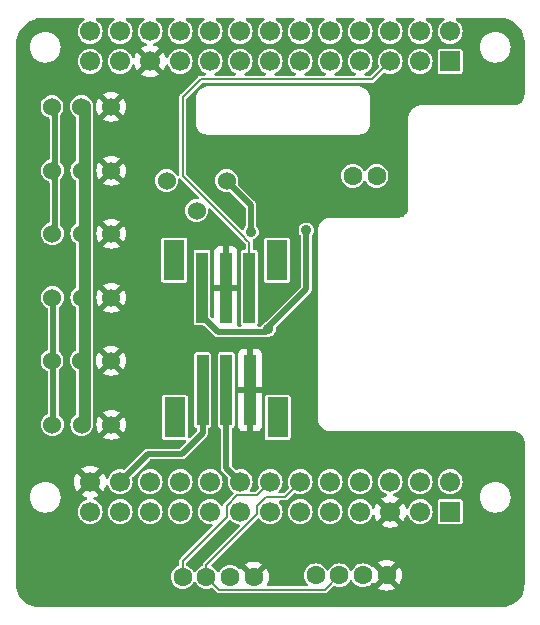
<source format=gtl>
G04 #@! TF.GenerationSoftware,KiCad,Pcbnew,7.0.5-0*
G04 #@! TF.CreationDate,2024-11-07T13:17:23-08:00*
G04 #@! TF.ProjectId,MilkVHat,4d696c6b-5648-4617-942e-6b696361645f,rev?*
G04 #@! TF.SameCoordinates,PX5f5e100PY5f5e100*
G04 #@! TF.FileFunction,Copper,L1,Top*
G04 #@! TF.FilePolarity,Positive*
%FSLAX46Y46*%
G04 Gerber Fmt 4.6, Leading zero omitted, Abs format (unit mm)*
G04 Created by KiCad (PCBNEW 7.0.5-0) date 2024-11-07 13:17:23*
%MOMM*%
%LPD*%
G01*
G04 APERTURE LIST*
G04 #@! TA.AperFunction,SMDPad,CuDef*
%ADD10R,1.000000X6.000000*%
G04 #@! TD*
G04 #@! TA.AperFunction,SMDPad,CuDef*
%ADD11R,1.800000X3.400000*%
G04 #@! TD*
G04 #@! TA.AperFunction,ComponentPad*
%ADD12C,1.524003*%
G04 #@! TD*
G04 #@! TA.AperFunction,ComponentPad*
%ADD13C,1.600000*%
G04 #@! TD*
G04 #@! TA.AperFunction,ComponentPad*
%ADD14R,1.700000X1.700000*%
G04 #@! TD*
G04 #@! TA.AperFunction,ComponentPad*
%ADD15C,1.700000*%
G04 #@! TD*
G04 #@! TA.AperFunction,ViaPad*
%ADD16C,0.900000*%
G04 #@! TD*
G04 #@! TA.AperFunction,Conductor*
%ADD17C,0.500000*%
G04 #@! TD*
G04 #@! TA.AperFunction,Conductor*
%ADD18C,1.000000*%
G04 #@! TD*
G04 #@! TA.AperFunction,Conductor*
%ADD19C,0.200000*%
G04 #@! TD*
G04 APERTURE END LIST*
D10*
X19975000Y18424561D03*
X17975000Y18424561D03*
X15975000Y18424561D03*
D11*
X13624987Y16099440D03*
X22325013Y16099440D03*
D12*
X8250000Y26250000D03*
X5749873Y26250000D03*
X3250000Y26250000D03*
D13*
X20300000Y2599999D03*
X18300000Y2599999D03*
X16300000Y2599999D03*
X14300000Y2599999D03*
X30700000Y36550000D03*
X28700000Y36550000D03*
D12*
X8220130Y20918503D03*
X5720003Y20918503D03*
X3220130Y20918503D03*
D13*
X31550000Y2749999D03*
X29550000Y2749999D03*
X27550000Y2749999D03*
X25550000Y2749999D03*
D12*
X8220130Y42418503D03*
X5720003Y42418503D03*
X3220130Y42418503D03*
D10*
X15925000Y27099999D03*
X17925000Y27099999D03*
X19925000Y27099999D03*
D11*
X22275013Y29425120D03*
X13574987Y29425120D03*
D12*
X8250000Y15500000D03*
X5749873Y15500000D03*
X3250000Y15500000D03*
X8250000Y37000000D03*
X5749873Y37000000D03*
X3250000Y37000000D03*
X18000000Y36149999D03*
X15459995Y33609993D03*
X12919990Y36149999D03*
X8250000Y31668503D03*
X5749873Y31668503D03*
X3250000Y31668503D03*
D14*
X36934030Y46254869D03*
D15*
X36934030Y48794875D03*
X34394025Y46254869D03*
X34394025Y48794875D03*
X31854020Y46254869D03*
X31854020Y48794875D03*
X29314015Y46254869D03*
X29314015Y48794875D03*
X26774010Y46254869D03*
X26774010Y48794875D03*
X24234005Y46254869D03*
X24234005Y48794875D03*
X21694000Y46254869D03*
X21694000Y48794875D03*
X19153995Y46254869D03*
X19153995Y48794875D03*
X16613990Y46254869D03*
X16613990Y48794875D03*
X14073985Y46254869D03*
X14073985Y48794875D03*
X11533980Y46254869D03*
X11533980Y48794875D03*
X8993975Y46254869D03*
X8993975Y48794875D03*
X6453970Y46254869D03*
X6453970Y48794875D03*
D14*
X36940030Y8129996D03*
D15*
X36940030Y10670002D03*
X34400025Y8129996D03*
X34400025Y10670002D03*
X31860020Y8129996D03*
X31860020Y10670002D03*
X29320015Y8129996D03*
X29320015Y10670002D03*
X26780010Y8129996D03*
X26780010Y10670002D03*
X24240005Y8129996D03*
X24240005Y10670002D03*
X21700000Y8129996D03*
X21700000Y10670002D03*
X19159995Y8129996D03*
X19159995Y10670002D03*
X16619990Y8129996D03*
X16619990Y10670002D03*
X14079985Y8129996D03*
X14079985Y10670002D03*
X11539980Y8129996D03*
X11539980Y10670002D03*
X8999975Y8129996D03*
X8999975Y10670002D03*
X6459970Y8129996D03*
X6459970Y10670002D03*
D16*
X6500000Y3550000D03*
X17400000Y38300000D03*
X23850000Y36650000D03*
X12850000Y38250000D03*
X11950000Y28000000D03*
X23400000Y23900000D03*
X17800000Y6250000D03*
X35200000Y1650000D03*
X11950000Y31950000D03*
X19950000Y36750000D03*
X31600000Y38100000D03*
X24750000Y31949999D03*
X21550000Y23599999D03*
X20075000Y31824999D03*
D17*
X24750000Y26949999D02*
X21550000Y23749999D01*
X21550000Y23749999D02*
X21550000Y23599999D01*
X24750000Y31949999D02*
X24750000Y26949999D01*
X19159995Y10670002D02*
X17975000Y11854997D01*
X17975000Y11854997D02*
X17975000Y18424561D01*
X31550000Y7819976D02*
X31860020Y8129996D01*
X5974873Y15749999D02*
X5599873Y15374999D01*
D18*
X5974873Y42449999D02*
X5974873Y15749999D01*
D17*
X21550000Y23599999D02*
X21300001Y23350000D01*
X21300001Y23350000D02*
X17274999Y23350000D01*
X15925000Y24699999D02*
X15925000Y27099999D01*
X17274999Y23350000D02*
X15925000Y24699999D01*
X20075000Y31824999D02*
X20075000Y34074999D01*
X20075000Y34074999D02*
X18000000Y36149999D01*
D19*
X24240005Y10670002D02*
X22950000Y9379997D01*
X20550000Y7893655D02*
X16300000Y3643655D01*
X16300000Y2599999D02*
X17400000Y1499999D01*
X20550000Y8606342D02*
X20550000Y7893655D01*
X26300000Y1499999D02*
X27550000Y2749999D01*
X21323655Y9379997D02*
X20550000Y8606342D01*
X17400000Y1499999D02*
X26300000Y1499999D01*
X16300000Y3643655D02*
X16300000Y2599999D01*
X22950000Y9379997D02*
X21323655Y9379997D01*
X18009995Y8606342D02*
X18009995Y7659994D01*
X14300000Y3949999D02*
X14300000Y2599999D01*
X18009995Y7659994D02*
X14300000Y3949999D01*
X21700000Y10670002D02*
X20550000Y9520002D01*
X18923655Y9520002D02*
X18009995Y8606342D01*
X20550000Y9520002D02*
X18923655Y9520002D01*
D17*
X11329972Y12999999D02*
X14200000Y12999999D01*
X15975000Y14774999D02*
X15975000Y18424561D01*
X14200000Y12999999D02*
X15975000Y14774999D01*
X8999975Y10670002D02*
X11329972Y12999999D01*
D19*
X19925000Y27099999D02*
X19925000Y30925000D01*
X14300000Y36550000D02*
X14300000Y43250000D01*
X19764339Y31074999D02*
X19325000Y31514338D01*
X19325000Y31525000D02*
X14300000Y36550000D01*
X19325000Y31514338D02*
X19325000Y31525000D01*
X30349150Y44749999D02*
X31854020Y46254869D01*
X15799999Y44749999D02*
X30349150Y44749999D01*
X19775001Y31074999D02*
X19764339Y31074999D01*
X19925000Y30925000D02*
X19775001Y31074999D01*
X14300000Y43250000D02*
X15799999Y44749999D01*
D17*
X3475000Y31624999D02*
X3400000Y31549999D01*
X3475000Y42449999D02*
X3475000Y31624999D01*
X3325000Y26124999D02*
X3325000Y15599999D01*
G04 #@! TA.AperFunction,Conductor*
G36*
X18328639Y7455893D02*
G01*
X18386448Y7416651D01*
X18386575Y7416497D01*
X18413584Y7383587D01*
X18413585Y7383586D01*
X18573545Y7252311D01*
X18756041Y7154764D01*
X18954061Y7094696D01*
X18954060Y7094696D01*
X18963350Y7093782D01*
X19031802Y7087040D01*
X19096587Y7060880D01*
X19136947Y7003846D01*
X19140064Y6934046D01*
X19107328Y6875956D01*
X16131948Y3900575D01*
X16125464Y3894933D01*
X16115768Y3887611D01*
X16083559Y3852281D01*
X16081585Y3850213D01*
X16067827Y3836455D01*
X16067822Y3836449D01*
X16066306Y3834235D01*
X16060976Y3827507D01*
X16040083Y3804589D01*
X16040083Y3804588D01*
X16037578Y3798122D01*
X16024259Y3772853D01*
X16020345Y3767140D01*
X16020343Y3767134D01*
X16013244Y3736956D01*
X16010702Y3728748D01*
X15999500Y3699829D01*
X15999500Y3692904D01*
X15996206Y3664514D01*
X15994621Y3657778D01*
X15994091Y3646297D01*
X15991745Y3646406D01*
X15983808Y3592802D01*
X15937831Y3540191D01*
X15918690Y3530229D01*
X15915271Y3528813D01*
X15741467Y3435913D01*
X15741460Y3435909D01*
X15589116Y3310883D01*
X15464090Y3158539D01*
X15464085Y3158532D01*
X15409358Y3056143D01*
X15360396Y3006298D01*
X15292258Y2990838D01*
X15226578Y3014670D01*
X15190642Y3056143D01*
X15135914Y3158532D01*
X15135909Y3158539D01*
X15010883Y3310883D01*
X14858539Y3435909D01*
X14858532Y3435913D01*
X14684730Y3528812D01*
X14679100Y3531144D01*
X14679974Y3533255D01*
X14630058Y3565975D01*
X14601608Y3629790D01*
X14600500Y3646328D01*
X14600500Y3774167D01*
X14620185Y3841206D01*
X14636814Y3861843D01*
X18178054Y7403084D01*
X18184527Y7408715D01*
X18194216Y7416033D01*
X18194223Y7416036D01*
X18199083Y7421369D01*
X18258792Y7457650D01*
X18328639Y7455893D01*
G37*
G04 #@! TD.AperFunction*
G04 #@! TA.AperFunction,Conductor*
G36*
X5938933Y49919815D02*
G01*
X5984688Y49867011D01*
X5994632Y49797853D01*
X5965607Y49734297D01*
X5930350Y49706144D01*
X5867520Y49672560D01*
X5867518Y49672559D01*
X5867517Y49672558D01*
X5707559Y49541286D01*
X5576287Y49381328D01*
X5478739Y49198832D01*
X5418669Y49000808D01*
X5398387Y48794875D01*
X5418669Y48588943D01*
X5441253Y48514495D01*
X5478738Y48390921D01*
X5576285Y48208425D01*
X5576287Y48208423D01*
X5707559Y48048465D01*
X5785362Y47984615D01*
X5867520Y47917190D01*
X6050016Y47819643D01*
X6248036Y47759575D01*
X6248035Y47759575D01*
X6266499Y47757757D01*
X6453970Y47739292D01*
X6659904Y47759575D01*
X6857924Y47819643D01*
X7040420Y47917190D01*
X7200380Y48048465D01*
X7331655Y48208425D01*
X7429202Y48390921D01*
X7489270Y48588941D01*
X7509553Y48794875D01*
X7489270Y49000809D01*
X7429202Y49198829D01*
X7331655Y49381325D01*
X7210148Y49529383D01*
X7200380Y49541286D01*
X7040422Y49672558D01*
X7040423Y49672558D01*
X7040420Y49672560D01*
X6977590Y49706144D01*
X6927748Y49755105D01*
X6912288Y49823242D01*
X6936120Y49888922D01*
X6991678Y49931291D01*
X7036046Y49939500D01*
X8411899Y49939500D01*
X8478938Y49919815D01*
X8524693Y49867011D01*
X8534637Y49797853D01*
X8505612Y49734297D01*
X8470355Y49706144D01*
X8407525Y49672560D01*
X8407523Y49672559D01*
X8407522Y49672558D01*
X8247564Y49541286D01*
X8116292Y49381328D01*
X8018744Y49198832D01*
X7958674Y49000808D01*
X7938392Y48794875D01*
X7958674Y48588943D01*
X7981258Y48514495D01*
X8018743Y48390921D01*
X8116290Y48208425D01*
X8116292Y48208423D01*
X8247564Y48048465D01*
X8325367Y47984615D01*
X8407525Y47917190D01*
X8590021Y47819643D01*
X8788041Y47759575D01*
X8788040Y47759575D01*
X8806504Y47757757D01*
X8993975Y47739292D01*
X9199909Y47759575D01*
X9397929Y47819643D01*
X9580425Y47917190D01*
X9740385Y48048465D01*
X9871660Y48208425D01*
X9969207Y48390921D01*
X10029275Y48588941D01*
X10049558Y48794875D01*
X10029275Y49000809D01*
X9969207Y49198829D01*
X9871660Y49381325D01*
X9750153Y49529383D01*
X9740385Y49541286D01*
X9580427Y49672558D01*
X9580428Y49672558D01*
X9580425Y49672560D01*
X9517595Y49706144D01*
X9467753Y49755105D01*
X9452293Y49823242D01*
X9476125Y49888922D01*
X9531683Y49931291D01*
X9576051Y49939500D01*
X10951904Y49939500D01*
X11018943Y49919815D01*
X11064698Y49867011D01*
X11074642Y49797853D01*
X11045617Y49734297D01*
X11010360Y49706144D01*
X10947530Y49672560D01*
X10947528Y49672559D01*
X10947527Y49672558D01*
X10787569Y49541286D01*
X10656297Y49381328D01*
X10558749Y49198832D01*
X10498679Y49000808D01*
X10478397Y48794875D01*
X10498679Y48588943D01*
X10521263Y48514495D01*
X10558748Y48390921D01*
X10656295Y48208425D01*
X10656297Y48208423D01*
X10787569Y48048465D01*
X10865372Y47984615D01*
X10947530Y47917190D01*
X11130026Y47819643D01*
X11196541Y47799466D01*
X11254979Y47761170D01*
X11283436Y47697358D01*
X11272877Y47628291D01*
X11226653Y47575897D01*
X11192640Y47561031D01*
X11070494Y47528302D01*
X11070487Y47528299D01*
X10856399Y47428468D01*
X10772605Y47369797D01*
X11362402Y46780000D01*
X11245515Y46729229D01*
X11128232Y46633812D01*
X11041040Y46510290D01*
X11010614Y46424682D01*
X10419052Y47016244D01*
X10360381Y46932450D01*
X10260550Y46718362D01*
X10260547Y46718356D01*
X10227819Y46596211D01*
X10191454Y46536551D01*
X10128607Y46506022D01*
X10059231Y46514317D01*
X10005353Y46558802D01*
X9989383Y46592310D01*
X9988200Y46596211D01*
X9969207Y46658823D01*
X9871660Y46841319D01*
X9819677Y46904660D01*
X9740385Y47001280D01*
X9590096Y47124617D01*
X9580425Y47132554D01*
X9397929Y47230101D01*
X9199909Y47290169D01*
X9199907Y47290170D01*
X9199909Y47290170D01*
X8993975Y47310452D01*
X8788042Y47290170D01*
X8590018Y47230100D01*
X8502089Y47183100D01*
X8407525Y47132554D01*
X8407523Y47132553D01*
X8407522Y47132552D01*
X8247564Y47001280D01*
X8116292Y46841322D01*
X8018744Y46658826D01*
X7958674Y46460802D01*
X7938392Y46254869D01*
X7958674Y46048937D01*
X7974907Y45995423D01*
X8018743Y45850915D01*
X8116290Y45668419D01*
X8116292Y45668417D01*
X8247564Y45508459D01*
X8344184Y45429167D01*
X8407525Y45377184D01*
X8590021Y45279637D01*
X8788041Y45219569D01*
X8788040Y45219569D01*
X8806504Y45217751D01*
X8993975Y45199286D01*
X9199909Y45219569D01*
X9397929Y45279637D01*
X9580425Y45377184D01*
X9740385Y45508459D01*
X9871660Y45668419D01*
X9969207Y45850915D01*
X9989384Y45917431D01*
X10027681Y45975868D01*
X10091493Y46004324D01*
X10160560Y45993764D01*
X10212953Y45947540D01*
X10227819Y45913527D01*
X10260546Y45791386D01*
X10260550Y45791377D01*
X10360380Y45577290D01*
X10360382Y45577286D01*
X10419052Y45493496D01*
X10419053Y45493496D01*
X11008039Y46082483D01*
X11010852Y46068949D01*
X11080411Y45934705D01*
X11183610Y45824207D01*
X11312794Y45745648D01*
X11363971Y45731309D01*
X10772605Y45139944D01*
X10856401Y45081270D01*
X11070487Y44981440D01*
X11070496Y44981436D01*
X11298653Y44920302D01*
X11298664Y44920300D01*
X11533978Y44899712D01*
X11533982Y44899712D01*
X11769295Y44920300D01*
X11769306Y44920302D01*
X11997463Y44981436D01*
X11997472Y44981440D01*
X12211558Y45081269D01*
X12211562Y45081271D01*
X12295353Y45139943D01*
X12295353Y45139944D01*
X11705558Y45729739D01*
X11822445Y45780509D01*
X11939728Y45875926D01*
X12026920Y45999448D01*
X12057345Y46085056D01*
X12648905Y45493496D01*
X12648906Y45493496D01*
X12707578Y45577287D01*
X12707580Y45577291D01*
X12807409Y45791377D01*
X12807413Y45791386D01*
X12840140Y45913527D01*
X12876504Y45973187D01*
X12939351Y46003717D01*
X13008727Y45995423D01*
X13062605Y45950938D01*
X13078575Y45917430D01*
X13098752Y45850917D01*
X13098753Y45850915D01*
X13196300Y45668419D01*
X13196302Y45668417D01*
X13327574Y45508459D01*
X13424194Y45429167D01*
X13487535Y45377184D01*
X13670031Y45279637D01*
X13868051Y45219569D01*
X13868050Y45219569D01*
X13886514Y45217751D01*
X14073985Y45199286D01*
X14279919Y45219569D01*
X14477939Y45279637D01*
X14660435Y45377184D01*
X14820395Y45508459D01*
X14951670Y45668419D01*
X15049217Y45850915D01*
X15109285Y46048935D01*
X15129568Y46254869D01*
X15109285Y46460803D01*
X15049217Y46658823D01*
X14951670Y46841319D01*
X14899687Y46904660D01*
X14820395Y47001280D01*
X14670106Y47124617D01*
X14660435Y47132554D01*
X14477939Y47230101D01*
X14279919Y47290169D01*
X14279917Y47290170D01*
X14279919Y47290170D01*
X14073985Y47310452D01*
X13868052Y47290170D01*
X13670028Y47230100D01*
X13582099Y47183100D01*
X13487535Y47132554D01*
X13487533Y47132553D01*
X13487532Y47132552D01*
X13327574Y47001280D01*
X13196302Y46841322D01*
X13098753Y46658824D01*
X13078575Y46592308D01*
X13040277Y46533870D01*
X12976464Y46505414D01*
X12907398Y46515976D01*
X12855005Y46562201D01*
X12840140Y46596212D01*
X12807413Y46718353D01*
X12807409Y46718362D01*
X12707580Y46932446D01*
X12707579Y46932448D01*
X12648905Y47016243D01*
X12648905Y47016244D01*
X12059919Y46427259D01*
X12057108Y46440789D01*
X11987549Y46575033D01*
X11884350Y46685531D01*
X11755166Y46764090D01*
X11703988Y46778430D01*
X12295353Y47369796D01*
X12295353Y47369797D01*
X12211563Y47428467D01*
X12211559Y47428469D01*
X12165388Y47449999D01*
X39444532Y47449999D01*
X39464364Y47223314D01*
X39464366Y47223303D01*
X39523258Y47003512D01*
X39523261Y47003503D01*
X39619431Y46797268D01*
X39619432Y46797266D01*
X39749954Y46610859D01*
X39910858Y46449955D01*
X39910861Y46449953D01*
X40097266Y46319432D01*
X40303504Y46223261D01*
X40303509Y46223260D01*
X40303511Y46223259D01*
X40356415Y46209084D01*
X40523308Y46164365D01*
X40685230Y46150199D01*
X40749998Y46144532D01*
X40750000Y46144532D01*
X40750002Y46144532D01*
X40806672Y46149491D01*
X40976692Y46164365D01*
X41196496Y46223261D01*
X41402734Y46319432D01*
X41589139Y46449953D01*
X41750047Y46610861D01*
X41880568Y46797266D01*
X41976739Y47003504D01*
X42035635Y47223308D01*
X42055468Y47450000D01*
X42035635Y47676692D01*
X41990916Y47843585D01*
X41976741Y47896489D01*
X41976738Y47896498D01*
X41942213Y47970536D01*
X41880568Y48102734D01*
X41750047Y48289139D01*
X41750045Y48289142D01*
X41589141Y48450046D01*
X41402734Y48580568D01*
X41402732Y48580569D01*
X41196497Y48676739D01*
X41196488Y48676742D01*
X40976697Y48735634D01*
X40976693Y48735635D01*
X40976692Y48735635D01*
X40976691Y48735636D01*
X40976686Y48735636D01*
X40750002Y48755468D01*
X40749998Y48755468D01*
X40523313Y48735636D01*
X40523302Y48735634D01*
X40303511Y48676742D01*
X40303502Y48676739D01*
X40097267Y48580569D01*
X40097265Y48580568D01*
X39910858Y48450046D01*
X39749954Y48289142D01*
X39619432Y48102735D01*
X39619431Y48102733D01*
X39523261Y47896498D01*
X39523258Y47896489D01*
X39464366Y47676698D01*
X39464364Y47676687D01*
X39444532Y47450002D01*
X39444532Y47449999D01*
X12165388Y47449999D01*
X11997472Y47528299D01*
X11997465Y47528302D01*
X11875319Y47561031D01*
X11815659Y47597396D01*
X11785130Y47660243D01*
X11793425Y47729619D01*
X11837910Y47783497D01*
X11871414Y47799465D01*
X11937934Y47819643D01*
X12120430Y47917190D01*
X12280390Y48048465D01*
X12411665Y48208425D01*
X12509212Y48390921D01*
X12569280Y48588941D01*
X12589563Y48794875D01*
X12569280Y49000809D01*
X12509212Y49198829D01*
X12411665Y49381325D01*
X12290158Y49529383D01*
X12280390Y49541286D01*
X12120432Y49672558D01*
X12120433Y49672558D01*
X12120430Y49672560D01*
X12057600Y49706144D01*
X12007758Y49755105D01*
X11992298Y49823242D01*
X12016130Y49888922D01*
X12071688Y49931291D01*
X12116056Y49939500D01*
X13491909Y49939500D01*
X13558948Y49919815D01*
X13604703Y49867011D01*
X13614647Y49797853D01*
X13585622Y49734297D01*
X13550365Y49706144D01*
X13487535Y49672560D01*
X13487533Y49672559D01*
X13487532Y49672558D01*
X13327574Y49541286D01*
X13196302Y49381328D01*
X13098754Y49198832D01*
X13038684Y49000808D01*
X13018402Y48794876D01*
X13038684Y48588943D01*
X13061268Y48514495D01*
X13098753Y48390921D01*
X13196300Y48208425D01*
X13196302Y48208423D01*
X13327574Y48048465D01*
X13405377Y47984615D01*
X13487535Y47917190D01*
X13670031Y47819643D01*
X13868051Y47759575D01*
X13868050Y47759575D01*
X13886514Y47757757D01*
X14073985Y47739292D01*
X14279919Y47759575D01*
X14477939Y47819643D01*
X14660435Y47917190D01*
X14820395Y48048465D01*
X14951670Y48208425D01*
X15049217Y48390921D01*
X15109285Y48588941D01*
X15129568Y48794875D01*
X15109285Y49000809D01*
X15049217Y49198829D01*
X14951670Y49381325D01*
X14830163Y49529383D01*
X14820395Y49541286D01*
X14660437Y49672558D01*
X14660438Y49672558D01*
X14660435Y49672560D01*
X14597605Y49706144D01*
X14547763Y49755105D01*
X14532303Y49823242D01*
X14556135Y49888922D01*
X14611693Y49931291D01*
X14656061Y49939500D01*
X16031914Y49939500D01*
X16098953Y49919815D01*
X16144708Y49867011D01*
X16154652Y49797853D01*
X16125627Y49734297D01*
X16090370Y49706144D01*
X16027540Y49672560D01*
X16027538Y49672559D01*
X16027537Y49672558D01*
X15867579Y49541286D01*
X15736307Y49381328D01*
X15638759Y49198832D01*
X15578689Y49000808D01*
X15558407Y48794875D01*
X15578689Y48588943D01*
X15601273Y48514495D01*
X15638758Y48390921D01*
X15736305Y48208425D01*
X15736307Y48208423D01*
X15867579Y48048465D01*
X15945382Y47984615D01*
X16027540Y47917190D01*
X16210036Y47819643D01*
X16408056Y47759575D01*
X16408055Y47759575D01*
X16428337Y47757578D01*
X16613990Y47739292D01*
X16819924Y47759575D01*
X17017944Y47819643D01*
X17200440Y47917190D01*
X17360400Y48048465D01*
X17491675Y48208425D01*
X17589222Y48390921D01*
X17649290Y48588941D01*
X17669573Y48794875D01*
X17649290Y49000809D01*
X17589222Y49198829D01*
X17491675Y49381325D01*
X17370168Y49529383D01*
X17360400Y49541286D01*
X17200442Y49672558D01*
X17200443Y49672558D01*
X17200440Y49672560D01*
X17137610Y49706144D01*
X17087768Y49755105D01*
X17072308Y49823242D01*
X17096140Y49888922D01*
X17151698Y49931291D01*
X17196066Y49939500D01*
X18571919Y49939500D01*
X18638958Y49919815D01*
X18684713Y49867011D01*
X18694657Y49797853D01*
X18665632Y49734297D01*
X18630375Y49706144D01*
X18567545Y49672560D01*
X18567543Y49672559D01*
X18567542Y49672558D01*
X18407584Y49541286D01*
X18276312Y49381328D01*
X18178764Y49198832D01*
X18118694Y49000808D01*
X18098412Y48794875D01*
X18118694Y48588943D01*
X18141278Y48514495D01*
X18178763Y48390921D01*
X18276310Y48208425D01*
X18276312Y48208423D01*
X18407584Y48048465D01*
X18485387Y47984615D01*
X18567545Y47917190D01*
X18750041Y47819643D01*
X18948061Y47759575D01*
X18948060Y47759575D01*
X18966524Y47757757D01*
X19153995Y47739292D01*
X19359929Y47759575D01*
X19557949Y47819643D01*
X19740445Y47917190D01*
X19900405Y48048465D01*
X20031680Y48208425D01*
X20129227Y48390921D01*
X20189295Y48588941D01*
X20209578Y48794875D01*
X20189295Y49000809D01*
X20129227Y49198829D01*
X20031680Y49381325D01*
X19910173Y49529383D01*
X19900405Y49541286D01*
X19740447Y49672558D01*
X19740448Y49672558D01*
X19740445Y49672560D01*
X19677615Y49706144D01*
X19627773Y49755105D01*
X19612313Y49823242D01*
X19636145Y49888922D01*
X19691703Y49931291D01*
X19736071Y49939500D01*
X21111924Y49939500D01*
X21178963Y49919815D01*
X21224718Y49867011D01*
X21234662Y49797853D01*
X21205637Y49734297D01*
X21170380Y49706144D01*
X21107550Y49672560D01*
X21107548Y49672559D01*
X21107547Y49672558D01*
X20947589Y49541286D01*
X20816317Y49381328D01*
X20718769Y49198832D01*
X20658699Y49000808D01*
X20638417Y48794875D01*
X20658699Y48588943D01*
X20681283Y48514495D01*
X20718768Y48390921D01*
X20816315Y48208425D01*
X20816317Y48208423D01*
X20947589Y48048465D01*
X21025392Y47984615D01*
X21107550Y47917190D01*
X21290046Y47819643D01*
X21488066Y47759575D01*
X21488065Y47759575D01*
X21508347Y47757578D01*
X21694000Y47739292D01*
X21899934Y47759575D01*
X22097954Y47819643D01*
X22280450Y47917190D01*
X22440410Y48048465D01*
X22571685Y48208425D01*
X22669232Y48390921D01*
X22729300Y48588941D01*
X22749583Y48794875D01*
X22729300Y49000809D01*
X22669232Y49198829D01*
X22571685Y49381325D01*
X22450178Y49529383D01*
X22440410Y49541286D01*
X22280452Y49672558D01*
X22280453Y49672558D01*
X22280450Y49672560D01*
X22217620Y49706144D01*
X22167778Y49755105D01*
X22152318Y49823242D01*
X22176150Y49888922D01*
X22231708Y49931291D01*
X22276076Y49939500D01*
X23651929Y49939500D01*
X23718968Y49919815D01*
X23764723Y49867011D01*
X23774667Y49797853D01*
X23745642Y49734297D01*
X23710385Y49706144D01*
X23647555Y49672560D01*
X23647553Y49672559D01*
X23647552Y49672558D01*
X23487594Y49541286D01*
X23356322Y49381328D01*
X23258774Y49198832D01*
X23198704Y49000808D01*
X23178422Y48794875D01*
X23198704Y48588943D01*
X23221288Y48514495D01*
X23258773Y48390921D01*
X23356320Y48208425D01*
X23356322Y48208423D01*
X23487594Y48048465D01*
X23565397Y47984615D01*
X23647555Y47917190D01*
X23830051Y47819643D01*
X24028071Y47759575D01*
X24028070Y47759575D01*
X24046534Y47757757D01*
X24234005Y47739292D01*
X24439939Y47759575D01*
X24637959Y47819643D01*
X24820455Y47917190D01*
X24980415Y48048465D01*
X25111690Y48208425D01*
X25209237Y48390921D01*
X25269305Y48588941D01*
X25289588Y48794875D01*
X25269305Y49000809D01*
X25209237Y49198829D01*
X25111690Y49381325D01*
X24990183Y49529383D01*
X24980415Y49541286D01*
X24820457Y49672558D01*
X24820458Y49672558D01*
X24820455Y49672560D01*
X24757625Y49706144D01*
X24707783Y49755105D01*
X24692323Y49823242D01*
X24716155Y49888922D01*
X24771713Y49931291D01*
X24816081Y49939500D01*
X26191934Y49939500D01*
X26258973Y49919815D01*
X26304728Y49867011D01*
X26314672Y49797853D01*
X26285647Y49734297D01*
X26250390Y49706144D01*
X26187560Y49672560D01*
X26187558Y49672559D01*
X26187557Y49672558D01*
X26027599Y49541286D01*
X25896327Y49381328D01*
X25798779Y49198832D01*
X25738709Y49000808D01*
X25718427Y48794875D01*
X25738709Y48588943D01*
X25761293Y48514495D01*
X25798778Y48390921D01*
X25896325Y48208425D01*
X25896327Y48208423D01*
X26027599Y48048465D01*
X26105402Y47984615D01*
X26187560Y47917190D01*
X26370056Y47819643D01*
X26568076Y47759575D01*
X26568075Y47759575D01*
X26588357Y47757578D01*
X26774010Y47739292D01*
X26979944Y47759575D01*
X27177964Y47819643D01*
X27360460Y47917190D01*
X27520420Y48048465D01*
X27651695Y48208425D01*
X27749242Y48390921D01*
X27809310Y48588941D01*
X27829593Y48794875D01*
X27809310Y49000809D01*
X27749242Y49198829D01*
X27651695Y49381325D01*
X27530188Y49529383D01*
X27520420Y49541286D01*
X27360462Y49672558D01*
X27360463Y49672558D01*
X27360460Y49672560D01*
X27297630Y49706144D01*
X27247788Y49755105D01*
X27232328Y49823242D01*
X27256160Y49888922D01*
X27311718Y49931291D01*
X27356086Y49939500D01*
X28731939Y49939500D01*
X28798978Y49919815D01*
X28844733Y49867011D01*
X28854677Y49797853D01*
X28825652Y49734297D01*
X28790395Y49706144D01*
X28727565Y49672560D01*
X28727563Y49672559D01*
X28727562Y49672558D01*
X28567604Y49541286D01*
X28436332Y49381328D01*
X28338784Y49198832D01*
X28278714Y49000808D01*
X28258432Y48794875D01*
X28278714Y48588943D01*
X28301298Y48514495D01*
X28338783Y48390921D01*
X28436330Y48208425D01*
X28436332Y48208423D01*
X28567604Y48048465D01*
X28645407Y47984615D01*
X28727565Y47917190D01*
X28910061Y47819643D01*
X29108081Y47759575D01*
X29108080Y47759575D01*
X29126544Y47757757D01*
X29314015Y47739292D01*
X29519949Y47759575D01*
X29717969Y47819643D01*
X29900465Y47917190D01*
X30060425Y48048465D01*
X30191700Y48208425D01*
X30289247Y48390921D01*
X30349315Y48588941D01*
X30369598Y48794875D01*
X30349315Y49000809D01*
X30289247Y49198829D01*
X30191700Y49381325D01*
X30070193Y49529383D01*
X30060425Y49541286D01*
X29900467Y49672558D01*
X29900468Y49672558D01*
X29900465Y49672560D01*
X29837635Y49706144D01*
X29787793Y49755105D01*
X29772333Y49823242D01*
X29796165Y49888922D01*
X29851723Y49931291D01*
X29896091Y49939500D01*
X31271944Y49939500D01*
X31338983Y49919815D01*
X31384738Y49867011D01*
X31394682Y49797853D01*
X31365657Y49734297D01*
X31330400Y49706144D01*
X31267570Y49672560D01*
X31267568Y49672559D01*
X31267567Y49672558D01*
X31107609Y49541286D01*
X30976337Y49381328D01*
X30878789Y49198832D01*
X30818719Y49000808D01*
X30798437Y48794875D01*
X30818719Y48588943D01*
X30841303Y48514495D01*
X30878788Y48390921D01*
X30976335Y48208425D01*
X30976337Y48208423D01*
X31107609Y48048465D01*
X31185412Y47984615D01*
X31267570Y47917190D01*
X31450066Y47819643D01*
X31648086Y47759575D01*
X31648085Y47759575D01*
X31668368Y47757578D01*
X31854020Y47739292D01*
X32059954Y47759575D01*
X32257974Y47819643D01*
X32440470Y47917190D01*
X32600430Y48048465D01*
X32731705Y48208425D01*
X32829252Y48390921D01*
X32889320Y48588941D01*
X32909603Y48794875D01*
X32889320Y49000809D01*
X32829252Y49198829D01*
X32731705Y49381325D01*
X32610198Y49529383D01*
X32600430Y49541286D01*
X32440472Y49672558D01*
X32440473Y49672558D01*
X32440470Y49672560D01*
X32377640Y49706144D01*
X32327798Y49755105D01*
X32312338Y49823242D01*
X32336170Y49888922D01*
X32391728Y49931291D01*
X32436096Y49939500D01*
X33811949Y49939500D01*
X33878988Y49919815D01*
X33924743Y49867011D01*
X33934687Y49797853D01*
X33905662Y49734297D01*
X33870405Y49706144D01*
X33807575Y49672560D01*
X33807573Y49672559D01*
X33807572Y49672558D01*
X33647614Y49541286D01*
X33516342Y49381328D01*
X33418794Y49198832D01*
X33358724Y49000808D01*
X33338442Y48794875D01*
X33358724Y48588943D01*
X33381308Y48514495D01*
X33418793Y48390921D01*
X33516340Y48208425D01*
X33516342Y48208423D01*
X33647614Y48048465D01*
X33725417Y47984615D01*
X33807575Y47917190D01*
X33990071Y47819643D01*
X34188091Y47759575D01*
X34188090Y47759575D01*
X34206554Y47757757D01*
X34394025Y47739292D01*
X34599959Y47759575D01*
X34797979Y47819643D01*
X34980475Y47917190D01*
X35140435Y48048465D01*
X35271710Y48208425D01*
X35369257Y48390921D01*
X35429325Y48588941D01*
X35449608Y48794875D01*
X35429325Y49000809D01*
X35369257Y49198829D01*
X35271710Y49381325D01*
X35150203Y49529383D01*
X35140435Y49541286D01*
X34980477Y49672558D01*
X34980478Y49672558D01*
X34980475Y49672560D01*
X34917645Y49706144D01*
X34867803Y49755105D01*
X34852343Y49823242D01*
X34876175Y49888922D01*
X34931733Y49931291D01*
X34976101Y49939500D01*
X36351954Y49939500D01*
X36418993Y49919815D01*
X36464748Y49867011D01*
X36474692Y49797853D01*
X36445667Y49734297D01*
X36410410Y49706144D01*
X36347580Y49672560D01*
X36347578Y49672559D01*
X36347577Y49672558D01*
X36187619Y49541286D01*
X36056347Y49381328D01*
X35958799Y49198832D01*
X35898729Y49000808D01*
X35878447Y48794875D01*
X35898729Y48588943D01*
X35921313Y48514495D01*
X35958798Y48390921D01*
X36056345Y48208425D01*
X36056347Y48208423D01*
X36187619Y48048465D01*
X36265422Y47984615D01*
X36347580Y47917190D01*
X36530076Y47819643D01*
X36728096Y47759575D01*
X36728095Y47759575D01*
X36746559Y47757757D01*
X36934030Y47739292D01*
X37139964Y47759575D01*
X37337984Y47819643D01*
X37520480Y47917190D01*
X37680440Y48048465D01*
X37811715Y48208425D01*
X37909262Y48390921D01*
X37969330Y48588941D01*
X37989613Y48794875D01*
X37969330Y49000809D01*
X37909262Y49198829D01*
X37811715Y49381325D01*
X37690208Y49529383D01*
X37680440Y49541286D01*
X37520482Y49672558D01*
X37520483Y49672558D01*
X37520480Y49672560D01*
X37457650Y49706144D01*
X37407808Y49755105D01*
X37392348Y49823242D01*
X37416180Y49888922D01*
X37471738Y49931291D01*
X37516106Y49939500D01*
X41277792Y49939500D01*
X41296021Y49938153D01*
X41551766Y49900144D01*
X41559492Y49898487D01*
X41753869Y49843619D01*
X41814494Y49826506D01*
X41821941Y49823881D01*
X42065712Y49720044D01*
X42072760Y49716496D01*
X42191209Y49647054D01*
X42301339Y49582489D01*
X42307888Y49578067D01*
X42517556Y49416071D01*
X42523487Y49410853D01*
X42710851Y49223489D01*
X42716069Y49217558D01*
X42878063Y49007892D01*
X42882488Y49001340D01*
X42905660Y48961815D01*
X43003530Y48794875D01*
X43016489Y48772772D01*
X43020046Y48765707D01*
X43098908Y48580568D01*
X43123875Y48521957D01*
X43126505Y48514495D01*
X43198483Y48259503D01*
X43200143Y48251766D01*
X43238153Y47996023D01*
X43239500Y47977794D01*
X43239500Y43472706D01*
X43239264Y43467300D01*
X43226020Y43315931D01*
X43222267Y43294646D01*
X43185045Y43155730D01*
X43177652Y43135418D01*
X43116875Y43005082D01*
X43106068Y42986364D01*
X43023581Y42868560D01*
X43009687Y42852002D01*
X42907998Y42750313D01*
X42891440Y42736419D01*
X42773636Y42653932D01*
X42754918Y42643125D01*
X42624582Y42582348D01*
X42604270Y42574955D01*
X42465354Y42537733D01*
X42444069Y42533980D01*
X42326885Y42523728D01*
X42292695Y42520736D01*
X42287294Y42520500D01*
X34348090Y42520500D01*
X34167072Y42488582D01*
X33994346Y42425714D01*
X33994339Y42425711D01*
X33835157Y42333807D01*
X33835153Y42333805D01*
X33694347Y42215653D01*
X33576195Y42074847D01*
X33576193Y42074843D01*
X33484289Y41915661D01*
X33484286Y41915654D01*
X33421418Y41742928D01*
X33389500Y41561910D01*
X33389500Y41480045D01*
X33389499Y33932703D01*
X33389263Y33927297D01*
X33376021Y33775936D01*
X33372268Y33754651D01*
X33335048Y33615738D01*
X33327656Y33595426D01*
X33266880Y33465089D01*
X33256072Y33446370D01*
X33173584Y33328563D01*
X33159690Y33312005D01*
X33058000Y33210315D01*
X33041443Y33196422D01*
X32923639Y33113933D01*
X32904919Y33103125D01*
X32774585Y33042350D01*
X32754275Y33034957D01*
X32615356Y32997733D01*
X32594070Y32993980D01*
X32477012Y32983739D01*
X32442809Y32980746D01*
X32437408Y32980510D01*
X26767728Y32980510D01*
X26767627Y32980500D01*
X26698091Y32980500D01*
X26517072Y32948582D01*
X26344351Y32885717D01*
X26344341Y32885713D01*
X26185157Y32793808D01*
X26044349Y32675657D01*
X25926199Y32534852D01*
X25926198Y32534851D01*
X25834290Y32375664D01*
X25834289Y32375662D01*
X25812988Y32317139D01*
X25772472Y32205822D01*
X25771420Y32202933D01*
X25739501Y32021919D01*
X25739500Y32021915D01*
X25739500Y15978417D01*
X25739509Y15978322D01*
X25739509Y15908100D01*
X25771425Y15727083D01*
X25785403Y15688680D01*
X25834293Y15554355D01*
X25851091Y15525260D01*
X25926197Y15395168D01*
X25926198Y15395166D01*
X26044343Y15254365D01*
X26044350Y15254358D01*
X26185159Y15136204D01*
X26344345Y15044297D01*
X26517073Y14981429D01*
X26698093Y14949510D01*
X26779955Y14949510D01*
X42273592Y14949510D01*
X42287294Y14949510D01*
X42292695Y14949275D01*
X42444070Y14936031D01*
X42465355Y14932278D01*
X42494152Y14924562D01*
X42604276Y14895055D01*
X42624577Y14887666D01*
X42754927Y14826883D01*
X42773633Y14816082D01*
X42845987Y14765421D01*
X42891444Y14733592D01*
X42908002Y14719698D01*
X43009692Y14618008D01*
X43023581Y14601456D01*
X43106077Y14483643D01*
X43116880Y14464932D01*
X43137178Y14421402D01*
X43177659Y14334592D01*
X43185052Y14314281D01*
X43222275Y14175366D01*
X43226028Y14154081D01*
X43239264Y14002823D01*
X43239500Y13997416D01*
X43239500Y1992038D01*
X43239367Y1987982D01*
X43223087Y1739592D01*
X43222027Y1731543D01*
X43173865Y1489421D01*
X43171764Y1481579D01*
X43094065Y1252683D01*
X43092411Y1247811D01*
X43089306Y1240317D01*
X43066772Y1194620D01*
X42980118Y1018903D01*
X42976058Y1011871D01*
X42838902Y806603D01*
X42833960Y800162D01*
X42671187Y614554D01*
X42665446Y608813D01*
X42479838Y446040D01*
X42473397Y441098D01*
X42268129Y303942D01*
X42261097Y299882D01*
X42223646Y281413D01*
X42039683Y190694D01*
X42032194Y187592D01*
X41836916Y121304D01*
X41798421Y108236D01*
X41790579Y106135D01*
X41548457Y57973D01*
X41540408Y56913D01*
X41292018Y40633D01*
X41287962Y40500D01*
X2112038Y40500D01*
X2107982Y40633D01*
X1859591Y56913D01*
X1851542Y57973D01*
X1609420Y106135D01*
X1601581Y108236D01*
X1367799Y187594D01*
X1360321Y190691D01*
X1138901Y299883D01*
X1131870Y303942D01*
X926602Y441098D01*
X920166Y446036D01*
X734551Y608815D01*
X728812Y614554D01*
X710785Y635110D01*
X566033Y800170D01*
X561101Y806598D01*
X423941Y1011871D01*
X419884Y1018897D01*
X310687Y1240329D01*
X307595Y1247792D01*
X228231Y1481592D01*
X226136Y1489414D01*
X177970Y1731556D01*
X176912Y1739593D01*
X160633Y1987982D01*
X160500Y1992038D01*
X160500Y2600000D01*
X13294659Y2600000D01*
X13313975Y2403870D01*
X13371188Y2215266D01*
X13464086Y2041467D01*
X13464090Y2041460D01*
X13589116Y1889116D01*
X13741460Y1764090D01*
X13741467Y1764086D01*
X13915266Y1671188D01*
X13915269Y1671188D01*
X13915273Y1671185D01*
X14103868Y1613975D01*
X14300000Y1594658D01*
X14496132Y1613975D01*
X14684727Y1671185D01*
X14684735Y1671189D01*
X14822187Y1744659D01*
X14858538Y1764089D01*
X15010883Y1889116D01*
X15135910Y2041461D01*
X15148657Y2065309D01*
X15190642Y2143856D01*
X15239604Y2193700D01*
X15307742Y2209161D01*
X15373421Y2185329D01*
X15409358Y2143856D01*
X15464086Y2041467D01*
X15464090Y2041460D01*
X15589116Y1889116D01*
X15741460Y1764090D01*
X15741467Y1764086D01*
X15915266Y1671188D01*
X15915269Y1671188D01*
X15915273Y1671185D01*
X16103868Y1613975D01*
X16300000Y1594658D01*
X16496132Y1613975D01*
X16684727Y1671185D01*
X16684732Y1671188D01*
X16684736Y1671189D01*
X16690355Y1673516D01*
X16691232Y1671397D01*
X16749609Y1683570D01*
X16814861Y1658591D01*
X16827380Y1647648D01*
X17143078Y1331950D01*
X17148721Y1325466D01*
X17156041Y1315773D01*
X17156042Y1315771D01*
X17170861Y1302262D01*
X17191375Y1283560D01*
X17193423Y1281605D01*
X17207203Y1267825D01*
X17209413Y1266311D01*
X17216143Y1260981D01*
X17225245Y1252683D01*
X17239065Y1240084D01*
X17239066Y1240084D01*
X17239067Y1240083D01*
X17245521Y1237583D01*
X17270806Y1224255D01*
X17274619Y1221644D01*
X17276519Y1220342D01*
X17306710Y1213242D01*
X17314905Y1210704D01*
X17343827Y1199499D01*
X17350752Y1199499D01*
X17379140Y1196206D01*
X17385881Y1194620D01*
X17416591Y1198905D01*
X17425166Y1199499D01*
X26237159Y1199499D01*
X26245733Y1198904D01*
X26257761Y1197227D01*
X26257761Y1197228D01*
X26257765Y1197226D01*
X26300920Y1199221D01*
X26305510Y1199433D01*
X26308373Y1199499D01*
X26327843Y1199499D01*
X26327844Y1199499D01*
X26330468Y1199990D01*
X26339021Y1200983D01*
X26340245Y1201040D01*
X26369992Y1202414D01*
X26376322Y1205210D01*
X26403629Y1213667D01*
X26410433Y1214938D01*
X26436797Y1231263D01*
X26444392Y1235266D01*
X26472765Y1247793D01*
X26477661Y1252690D01*
X26500069Y1270438D01*
X26505952Y1274080D01*
X26524649Y1298841D01*
X26530266Y1305296D01*
X27022620Y1797650D01*
X27083941Y1831133D01*
X27153633Y1826149D01*
X27159613Y1823450D01*
X27159641Y1823517D01*
X27165260Y1821190D01*
X27165268Y1821188D01*
X27165273Y1821185D01*
X27353868Y1763975D01*
X27550000Y1744658D01*
X27746132Y1763975D01*
X27934727Y1821185D01*
X27934737Y1821190D01*
X28021632Y1867637D01*
X28108538Y1914089D01*
X28260883Y2039116D01*
X28385910Y2191461D01*
X28440641Y2293857D01*
X28489602Y2343700D01*
X28557740Y2359161D01*
X28623420Y2335330D01*
X28659357Y2293857D01*
X28714088Y2191464D01*
X28714090Y2191460D01*
X28839116Y2039116D01*
X28991460Y1914090D01*
X28991467Y1914086D01*
X29165266Y1821188D01*
X29165269Y1821188D01*
X29165273Y1821185D01*
X29353868Y1763975D01*
X29550000Y1744658D01*
X29746132Y1763975D01*
X29934727Y1821185D01*
X29934737Y1821190D01*
X30021632Y1867637D01*
X30108538Y1914089D01*
X30260883Y2039116D01*
X30262808Y2041461D01*
X30265051Y2044194D01*
X30322795Y2083530D01*
X30392640Y2085403D01*
X30452409Y2049217D01*
X30462481Y2036655D01*
X30470972Y2024528D01*
X30470974Y2024527D01*
X31066922Y2620476D01*
X31090507Y2540155D01*
X31168239Y2419201D01*
X31276900Y2325047D01*
X31407685Y2265319D01*
X31417466Y2263913D01*
X30824526Y1670974D01*
X30824526Y1670973D01*
X30897512Y1619868D01*
X30897516Y1619866D01*
X31103673Y1523734D01*
X31103682Y1523730D01*
X31323389Y1464860D01*
X31323400Y1464858D01*
X31549998Y1445033D01*
X31550002Y1445033D01*
X31776599Y1464858D01*
X31776610Y1464860D01*
X31996317Y1523730D01*
X31996331Y1523735D01*
X32202478Y1619863D01*
X32275472Y1670974D01*
X31682534Y2263913D01*
X31692315Y2265319D01*
X31823100Y2325047D01*
X31931761Y2419201D01*
X32009493Y2540155D01*
X32033076Y2620476D01*
X32629025Y2024527D01*
X32680136Y2097521D01*
X32776264Y2303668D01*
X32776269Y2303682D01*
X32835139Y2523389D01*
X32835141Y2523400D01*
X32854966Y2749997D01*
X32854966Y2750002D01*
X32835141Y2976599D01*
X32835139Y2976610D01*
X32776269Y3196317D01*
X32776265Y3196326D01*
X32680133Y3402483D01*
X32680131Y3402487D01*
X32629026Y3475473D01*
X32629025Y3475473D01*
X32033076Y2879524D01*
X32009493Y2959843D01*
X31931761Y3080797D01*
X31823100Y3174951D01*
X31692315Y3234679D01*
X31682533Y3236086D01*
X32275472Y3829025D01*
X32275471Y3829026D01*
X32202483Y3880133D01*
X32202481Y3880134D01*
X31996326Y3976265D01*
X31996317Y3976269D01*
X31776610Y4035139D01*
X31776599Y4035141D01*
X31550002Y4054965D01*
X31549998Y4054965D01*
X31323400Y4035141D01*
X31323389Y4035139D01*
X31103682Y3976269D01*
X31103673Y3976265D01*
X30897513Y3880131D01*
X30824527Y3829027D01*
X30824526Y3829026D01*
X31417467Y3236086D01*
X31407685Y3234679D01*
X31276900Y3174951D01*
X31168239Y3080797D01*
X31090507Y2959843D01*
X31066923Y2879523D01*
X30470973Y3475473D01*
X30470971Y3475472D01*
X30462479Y3463343D01*
X30407902Y3419718D01*
X30338404Y3412526D01*
X30276049Y3444048D01*
X30265049Y3455806D01*
X30260883Y3460883D01*
X30108539Y3585909D01*
X30108532Y3585913D01*
X29934733Y3678811D01*
X29934727Y3678813D01*
X29808997Y3716954D01*
X29746129Y3736024D01*
X29550000Y3755340D01*
X29353870Y3736024D01*
X29165266Y3678811D01*
X28991467Y3585913D01*
X28991460Y3585909D01*
X28839116Y3460883D01*
X28714090Y3308539D01*
X28714085Y3308532D01*
X28659358Y3206143D01*
X28610396Y3156298D01*
X28542258Y3140838D01*
X28476578Y3164670D01*
X28440642Y3206143D01*
X28385914Y3308532D01*
X28385909Y3308539D01*
X28260883Y3460883D01*
X28108539Y3585909D01*
X28108532Y3585913D01*
X27934733Y3678811D01*
X27934727Y3678813D01*
X27808996Y3716954D01*
X27746129Y3736024D01*
X27550000Y3755340D01*
X27353870Y3736024D01*
X27165266Y3678811D01*
X26991467Y3585913D01*
X26991460Y3585909D01*
X26839116Y3460883D01*
X26714090Y3308539D01*
X26714085Y3308532D01*
X26659358Y3206143D01*
X26610396Y3156298D01*
X26542258Y3140838D01*
X26476578Y3164670D01*
X26440642Y3206143D01*
X26385914Y3308532D01*
X26385909Y3308539D01*
X26260883Y3460883D01*
X26108539Y3585909D01*
X26108532Y3585913D01*
X25934733Y3678811D01*
X25934727Y3678813D01*
X25808997Y3716954D01*
X25746129Y3736024D01*
X25550000Y3755340D01*
X25353870Y3736024D01*
X25165266Y3678811D01*
X24991467Y3585913D01*
X24991460Y3585909D01*
X24839116Y3460883D01*
X24714090Y3308539D01*
X24714086Y3308532D01*
X24621188Y3134733D01*
X24563975Y2946129D01*
X24544659Y2750000D01*
X24563975Y2553870D01*
X24571789Y2528110D01*
X24618720Y2373400D01*
X24621188Y2365266D01*
X24714086Y2191467D01*
X24714090Y2191460D01*
X24839116Y2039116D01*
X24861980Y2020352D01*
X24901314Y1962606D01*
X24903185Y1892761D01*
X24866997Y1832993D01*
X24804241Y1802277D01*
X24783315Y1800499D01*
X21556220Y1800499D01*
X21489181Y1820184D01*
X21443426Y1872988D01*
X21433482Y1942146D01*
X21443838Y1976903D01*
X21526264Y2153668D01*
X21526269Y2153682D01*
X21585139Y2373389D01*
X21585141Y2373400D01*
X21604966Y2599997D01*
X21604966Y2600002D01*
X21585141Y2826599D01*
X21585139Y2826610D01*
X21526269Y3046317D01*
X21526265Y3046326D01*
X21430133Y3252483D01*
X21430131Y3252487D01*
X21379025Y3325473D01*
X20783076Y2729525D01*
X20759493Y2809843D01*
X20681761Y2930797D01*
X20573100Y3024951D01*
X20442315Y3084679D01*
X20432533Y3086086D01*
X21025472Y3679025D01*
X21025471Y3679026D01*
X20952483Y3730133D01*
X20952481Y3730134D01*
X20746326Y3826265D01*
X20746317Y3826269D01*
X20526610Y3885139D01*
X20526599Y3885141D01*
X20300002Y3904965D01*
X20299998Y3904965D01*
X20073400Y3885141D01*
X20073389Y3885139D01*
X19853682Y3826269D01*
X19853673Y3826265D01*
X19647513Y3730131D01*
X19574527Y3679027D01*
X19574526Y3679026D01*
X20167467Y3086086D01*
X20157685Y3084679D01*
X20026900Y3024951D01*
X19918239Y2930797D01*
X19840507Y2809843D01*
X19816922Y2729523D01*
X19220973Y3325472D01*
X19220971Y3325472D01*
X19212479Y3313343D01*
X19157902Y3269718D01*
X19088404Y3262526D01*
X19026049Y3294048D01*
X19015049Y3305806D01*
X19010883Y3310883D01*
X18858539Y3435909D01*
X18858532Y3435913D01*
X18684733Y3528811D01*
X18684727Y3528813D01*
X18496132Y3586023D01*
X18496129Y3586024D01*
X18300000Y3605340D01*
X18103870Y3586024D01*
X17915266Y3528811D01*
X17741467Y3435913D01*
X17741460Y3435909D01*
X17589116Y3310883D01*
X17464090Y3158539D01*
X17464085Y3158532D01*
X17409358Y3056143D01*
X17360396Y3006298D01*
X17292258Y2990838D01*
X17226578Y3014670D01*
X17190642Y3056143D01*
X17135914Y3158532D01*
X17135909Y3158539D01*
X17010883Y3310883D01*
X16858539Y3435909D01*
X16858532Y3435914D01*
X16783565Y3475984D01*
X16733720Y3524946D01*
X16718260Y3593084D01*
X16742092Y3658764D01*
X16754330Y3673016D01*
X20636572Y7555257D01*
X20697893Y7588740D01*
X20767585Y7583756D01*
X20820104Y7546239D01*
X20926958Y7416037D01*
X20953590Y7383586D01*
X21113550Y7252311D01*
X21296046Y7154764D01*
X21494066Y7094696D01*
X21494065Y7094696D01*
X21514347Y7092699D01*
X21700000Y7074413D01*
X21905934Y7094696D01*
X22103954Y7154764D01*
X22286450Y7252311D01*
X22446410Y7383586D01*
X22577685Y7543546D01*
X22675232Y7726042D01*
X22735300Y7924062D01*
X22755583Y8129996D01*
X23184422Y8129996D01*
X23204704Y7924064D01*
X23220937Y7870550D01*
X23264773Y7726042D01*
X23362320Y7543546D01*
X23362322Y7543544D01*
X23493594Y7383586D01*
X23590214Y7304294D01*
X23653555Y7252311D01*
X23836051Y7154764D01*
X24034071Y7094696D01*
X24034070Y7094696D01*
X24052534Y7092878D01*
X24240005Y7074413D01*
X24445939Y7094696D01*
X24643959Y7154764D01*
X24826455Y7252311D01*
X24986415Y7383586D01*
X25117690Y7543546D01*
X25215237Y7726042D01*
X25275305Y7924062D01*
X25295588Y8129996D01*
X25724427Y8129996D01*
X25744709Y7924064D01*
X25760942Y7870550D01*
X25804778Y7726042D01*
X25902325Y7543546D01*
X25902327Y7543544D01*
X26033599Y7383586D01*
X26130219Y7304294D01*
X26193560Y7252311D01*
X26376056Y7154764D01*
X26574076Y7094696D01*
X26574075Y7094696D01*
X26592539Y7092878D01*
X26780010Y7074413D01*
X26985944Y7094696D01*
X27183964Y7154764D01*
X27366460Y7252311D01*
X27526420Y7383586D01*
X27657695Y7543546D01*
X27755242Y7726042D01*
X27815310Y7924062D01*
X27835593Y8129996D01*
X28264432Y8129996D01*
X28284714Y7924064D01*
X28300947Y7870550D01*
X28344783Y7726042D01*
X28442330Y7543546D01*
X28442332Y7543544D01*
X28573604Y7383586D01*
X28670224Y7304294D01*
X28733565Y7252311D01*
X28916061Y7154764D01*
X29114081Y7094696D01*
X29114080Y7094696D01*
X29134362Y7092699D01*
X29320015Y7074413D01*
X29525949Y7094696D01*
X29723969Y7154764D01*
X29906465Y7252311D01*
X30066425Y7383586D01*
X30197700Y7543546D01*
X30295247Y7726042D01*
X30315424Y7792558D01*
X30353721Y7850995D01*
X30417533Y7879451D01*
X30486600Y7868891D01*
X30538993Y7822667D01*
X30553859Y7788654D01*
X30586586Y7666513D01*
X30586590Y7666504D01*
X30686420Y7452417D01*
X30686422Y7452413D01*
X30745092Y7368623D01*
X30745093Y7368623D01*
X31334079Y7957610D01*
X31336892Y7944076D01*
X31406451Y7809832D01*
X31509650Y7699334D01*
X31638834Y7620775D01*
X31690011Y7606436D01*
X31098645Y7015071D01*
X31182441Y6956397D01*
X31396527Y6856567D01*
X31396536Y6856563D01*
X31624693Y6795429D01*
X31624704Y6795427D01*
X31860018Y6774839D01*
X31860022Y6774839D01*
X32095335Y6795427D01*
X32095346Y6795429D01*
X32323503Y6856563D01*
X32323512Y6856567D01*
X32537598Y6956396D01*
X32537602Y6956398D01*
X32621393Y7015070D01*
X32621393Y7015071D01*
X32031598Y7604866D01*
X32148485Y7655636D01*
X32265768Y7751053D01*
X32352960Y7874575D01*
X32383385Y7960183D01*
X32974945Y7368623D01*
X32974946Y7368623D01*
X33033618Y7452414D01*
X33033620Y7452418D01*
X33133449Y7666504D01*
X33133453Y7666513D01*
X33166180Y7788654D01*
X33202544Y7848314D01*
X33265391Y7878844D01*
X33334767Y7870550D01*
X33388645Y7826065D01*
X33404615Y7792557D01*
X33424792Y7726044D01*
X33424793Y7726042D01*
X33522340Y7543546D01*
X33522342Y7543544D01*
X33653614Y7383586D01*
X33750234Y7304294D01*
X33813575Y7252311D01*
X33996071Y7154764D01*
X34194091Y7094696D01*
X34194090Y7094696D01*
X34212554Y7092878D01*
X34400025Y7074413D01*
X34605959Y7094696D01*
X34803979Y7154764D01*
X34986475Y7252311D01*
X34996141Y7260244D01*
X35889530Y7260244D01*
X35901161Y7201767D01*
X35901162Y7201766D01*
X35945477Y7135444D01*
X36011799Y7091129D01*
X36011800Y7091128D01*
X36070277Y7079497D01*
X36070280Y7079496D01*
X36070282Y7079496D01*
X37809780Y7079496D01*
X37809781Y7079497D01*
X37824598Y7082444D01*
X37868259Y7091128D01*
X37868259Y7091129D01*
X37868261Y7091129D01*
X37934582Y7135444D01*
X37978897Y7201765D01*
X37978897Y7201767D01*
X37978898Y7201767D01*
X37990529Y7260244D01*
X37990530Y7260246D01*
X37990530Y8999747D01*
X37990529Y8999749D01*
X37978898Y9058226D01*
X37978897Y9058227D01*
X37934582Y9124549D01*
X37868260Y9168864D01*
X37868259Y9168865D01*
X37809782Y9180496D01*
X37809778Y9180496D01*
X36070282Y9180496D01*
X36070277Y9180496D01*
X36011800Y9168865D01*
X36011799Y9168864D01*
X35945477Y9124549D01*
X35901162Y9058227D01*
X35901161Y9058226D01*
X35889530Y8999749D01*
X35889530Y7260244D01*
X34996141Y7260244D01*
X35146435Y7383586D01*
X35277710Y7543546D01*
X35375257Y7726042D01*
X35435325Y7924062D01*
X35455608Y8129996D01*
X35435325Y8335930D01*
X35375257Y8533950D01*
X35277710Y8716446D01*
X35214576Y8793376D01*
X35146435Y8876407D01*
X34996146Y8999744D01*
X34986475Y9007681D01*
X34803979Y9105228D01*
X34605959Y9165296D01*
X34605957Y9165297D01*
X34605959Y9165297D01*
X34400025Y9185579D01*
X34194092Y9165297D01*
X34023423Y9113525D01*
X33996075Y9105229D01*
X33996068Y9105227D01*
X33885923Y9046353D01*
X33813575Y9007681D01*
X33813573Y9007680D01*
X33813572Y9007679D01*
X33653614Y8876407D01*
X33522343Y8716450D01*
X33522340Y8716446D01*
X33481060Y8639217D01*
X33424793Y8533951D01*
X33404615Y8467435D01*
X33366317Y8408997D01*
X33302504Y8380541D01*
X33233438Y8391103D01*
X33181045Y8437328D01*
X33166180Y8471339D01*
X33133453Y8593480D01*
X33133449Y8593489D01*
X33033620Y8807573D01*
X33033619Y8807575D01*
X32974945Y8891370D01*
X32974945Y8891371D01*
X32385959Y8302385D01*
X32383148Y8315916D01*
X32313589Y8450160D01*
X32210390Y8560658D01*
X32081206Y8639217D01*
X32030026Y8653557D01*
X32621393Y9244923D01*
X32621393Y9244924D01*
X32537603Y9303594D01*
X32537599Y9303596D01*
X32438087Y9349999D01*
X39444532Y9349999D01*
X39464364Y9123314D01*
X39464366Y9123303D01*
X39523258Y8903512D01*
X39523261Y8903503D01*
X39619431Y8697268D01*
X39619432Y8697266D01*
X39749954Y8510859D01*
X39910858Y8349955D01*
X39957693Y8317161D01*
X40097266Y8219432D01*
X40303504Y8123261D01*
X40523308Y8064365D01*
X40685230Y8050199D01*
X40749998Y8044532D01*
X40750000Y8044532D01*
X40750002Y8044532D01*
X40806672Y8049491D01*
X40976692Y8064365D01*
X41196496Y8123261D01*
X41402734Y8219432D01*
X41589139Y8349953D01*
X41750047Y8510861D01*
X41880568Y8697266D01*
X41976739Y8903504D01*
X42035635Y9123308D01*
X42052634Y9317616D01*
X42055468Y9349999D01*
X42055468Y9350002D01*
X42047930Y9436158D01*
X42035635Y9576692D01*
X41988397Y9752986D01*
X41976741Y9796489D01*
X41976738Y9796498D01*
X41924450Y9908629D01*
X41880568Y10002734D01*
X41750047Y10189139D01*
X41750045Y10189142D01*
X41589141Y10350046D01*
X41402734Y10480568D01*
X41402732Y10480569D01*
X41196497Y10576739D01*
X41196488Y10576742D01*
X40976697Y10635634D01*
X40976693Y10635635D01*
X40976692Y10635635D01*
X40976691Y10635636D01*
X40976686Y10635636D01*
X40750002Y10655468D01*
X40749998Y10655468D01*
X40523313Y10635636D01*
X40523302Y10635634D01*
X40303511Y10576742D01*
X40303502Y10576739D01*
X40097267Y10480569D01*
X40097265Y10480568D01*
X39910858Y10350046D01*
X39749954Y10189142D01*
X39619432Y10002735D01*
X39619431Y10002733D01*
X39523261Y9796498D01*
X39523258Y9796489D01*
X39464366Y9576698D01*
X39464364Y9576687D01*
X39444532Y9350002D01*
X39444532Y9349999D01*
X32438087Y9349999D01*
X32323512Y9403426D01*
X32323505Y9403429D01*
X32201359Y9436158D01*
X32141699Y9472523D01*
X32111170Y9535370D01*
X32119465Y9604746D01*
X32163950Y9658624D01*
X32197454Y9674592D01*
X32263974Y9694770D01*
X32446470Y9792317D01*
X32606430Y9923592D01*
X32737705Y10083552D01*
X32835252Y10266048D01*
X32895320Y10464068D01*
X32915603Y10670002D01*
X33344442Y10670002D01*
X33364724Y10464070D01*
X33380957Y10410556D01*
X33424793Y10266048D01*
X33522340Y10083552D01*
X33556994Y10041325D01*
X33653614Y9923592D01*
X33734976Y9856821D01*
X33813575Y9792317D01*
X33996071Y9694770D01*
X34194091Y9634702D01*
X34194090Y9634702D01*
X34212554Y9632884D01*
X34400025Y9614419D01*
X34605959Y9634702D01*
X34803979Y9694770D01*
X34986475Y9792317D01*
X35146435Y9923592D01*
X35277710Y10083552D01*
X35375257Y10266048D01*
X35435325Y10464068D01*
X35455608Y10670002D01*
X35884447Y10670002D01*
X35886662Y10647505D01*
X35904729Y10464070D01*
X35920962Y10410556D01*
X35964798Y10266048D01*
X36062345Y10083552D01*
X36096999Y10041325D01*
X36193619Y9923592D01*
X36274981Y9856821D01*
X36353580Y9792317D01*
X36536076Y9694770D01*
X36734096Y9634702D01*
X36734095Y9634702D01*
X36752559Y9632884D01*
X36940030Y9614419D01*
X37145964Y9634702D01*
X37343984Y9694770D01*
X37526480Y9792317D01*
X37686440Y9923592D01*
X37817715Y10083552D01*
X37915262Y10266048D01*
X37975330Y10464068D01*
X37995613Y10670002D01*
X37975330Y10875936D01*
X37915262Y11073956D01*
X37817715Y11256452D01*
X37765732Y11319793D01*
X37686440Y11416413D01*
X37533949Y11541557D01*
X37526480Y11547687D01*
X37343984Y11645234D01*
X37145964Y11705302D01*
X37145962Y11705303D01*
X37145964Y11705303D01*
X36958493Y11723767D01*
X36940030Y11725585D01*
X36940029Y11725585D01*
X36734097Y11705303D01*
X36536073Y11645233D01*
X36435233Y11591332D01*
X36353580Y11547687D01*
X36353578Y11547686D01*
X36353577Y11547685D01*
X36193619Y11416413D01*
X36062347Y11256455D01*
X35964799Y11073959D01*
X35904729Y10875935D01*
X35884447Y10670004D01*
X35884447Y10670002D01*
X35455608Y10670002D01*
X35435325Y10875936D01*
X35375257Y11073956D01*
X35277710Y11256452D01*
X35225727Y11319793D01*
X35146435Y11416413D01*
X34993944Y11541557D01*
X34986475Y11547687D01*
X34803979Y11645234D01*
X34605959Y11705302D01*
X34605957Y11705303D01*
X34605959Y11705303D01*
X34400025Y11725585D01*
X34194092Y11705303D01*
X33996068Y11645233D01*
X33895228Y11591332D01*
X33813575Y11547687D01*
X33813573Y11547686D01*
X33813572Y11547685D01*
X33653614Y11416413D01*
X33522342Y11256455D01*
X33424794Y11073959D01*
X33364724Y10875935D01*
X33344442Y10670002D01*
X32915603Y10670002D01*
X32895320Y10875936D01*
X32835252Y11073956D01*
X32737705Y11256452D01*
X32685722Y11319793D01*
X32606430Y11416413D01*
X32453939Y11541557D01*
X32446470Y11547687D01*
X32263974Y11645234D01*
X32065954Y11705302D01*
X32065952Y11705303D01*
X32065954Y11705303D01*
X31860020Y11725585D01*
X31654087Y11705303D01*
X31456063Y11645233D01*
X31355223Y11591332D01*
X31273570Y11547687D01*
X31273568Y11547686D01*
X31273567Y11547685D01*
X31113609Y11416413D01*
X30982337Y11256455D01*
X30884789Y11073959D01*
X30824719Y10875935D01*
X30804437Y10670004D01*
X30804437Y10670002D01*
X30806652Y10647505D01*
X30824719Y10464070D01*
X30840952Y10410556D01*
X30884788Y10266048D01*
X30982335Y10083552D01*
X31016989Y10041325D01*
X31113609Y9923592D01*
X31194971Y9856821D01*
X31273570Y9792317D01*
X31456066Y9694770D01*
X31522581Y9674593D01*
X31581019Y9636297D01*
X31609476Y9572485D01*
X31598917Y9503418D01*
X31552693Y9451024D01*
X31518680Y9436158D01*
X31396534Y9403429D01*
X31396527Y9403426D01*
X31182439Y9303595D01*
X31098645Y9244924D01*
X31098645Y9244923D01*
X31688440Y8655127D01*
X31571555Y8604356D01*
X31454272Y8508939D01*
X31367080Y8385417D01*
X31336655Y8299810D01*
X30745093Y8891371D01*
X30745092Y8891371D01*
X30686421Y8807577D01*
X30586590Y8593489D01*
X30586587Y8593483D01*
X30553859Y8471338D01*
X30517494Y8411678D01*
X30454647Y8381149D01*
X30385271Y8389444D01*
X30331393Y8433929D01*
X30315423Y8467437D01*
X30314240Y8471338D01*
X30295247Y8533950D01*
X30197700Y8716446D01*
X30134566Y8793376D01*
X30066425Y8876407D01*
X29916136Y8999744D01*
X29906465Y9007681D01*
X29723969Y9105228D01*
X29525949Y9165296D01*
X29525947Y9165297D01*
X29525949Y9165297D01*
X29338478Y9183761D01*
X29320015Y9185579D01*
X29320014Y9185579D01*
X29114082Y9165297D01*
X28943413Y9113525D01*
X28916065Y9105229D01*
X28916058Y9105227D01*
X28805912Y9046353D01*
X28733565Y9007681D01*
X28733563Y9007680D01*
X28733562Y9007679D01*
X28573604Y8876407D01*
X28442333Y8716450D01*
X28442330Y8716446D01*
X28422854Y8680009D01*
X28344784Y8533953D01*
X28284714Y8335929D01*
X28264432Y8129996D01*
X27835593Y8129996D01*
X27815310Y8335930D01*
X27755242Y8533950D01*
X27657695Y8716446D01*
X27594561Y8793376D01*
X27526420Y8876407D01*
X27376131Y8999744D01*
X27366460Y9007681D01*
X27183964Y9105228D01*
X26985944Y9165296D01*
X26985942Y9165297D01*
X26985944Y9165297D01*
X26798473Y9183761D01*
X26780010Y9185579D01*
X26780009Y9185579D01*
X26574077Y9165297D01*
X26403408Y9113525D01*
X26376060Y9105229D01*
X26376053Y9105227D01*
X26265907Y9046353D01*
X26193560Y9007681D01*
X26193558Y9007680D01*
X26193557Y9007679D01*
X26033599Y8876407D01*
X25902328Y8716450D01*
X25902325Y8716446D01*
X25882849Y8680009D01*
X25804779Y8533953D01*
X25744709Y8335929D01*
X25724427Y8129996D01*
X25295588Y8129996D01*
X25275305Y8335930D01*
X25215237Y8533950D01*
X25117690Y8716446D01*
X25054556Y8793376D01*
X24986415Y8876407D01*
X24836126Y8999744D01*
X24826455Y9007681D01*
X24643959Y9105228D01*
X24445939Y9165296D01*
X24445937Y9165297D01*
X24445939Y9165297D01*
X24240005Y9185579D01*
X24034072Y9165297D01*
X23863403Y9113525D01*
X23836055Y9105229D01*
X23836048Y9105227D01*
X23725902Y9046353D01*
X23653555Y9007681D01*
X23653553Y9007680D01*
X23653552Y9007679D01*
X23493594Y8876407D01*
X23362323Y8716450D01*
X23362320Y8716446D01*
X23342844Y8680009D01*
X23264774Y8533953D01*
X23204704Y8335929D01*
X23184422Y8129996D01*
X22755583Y8129996D01*
X22735300Y8335930D01*
X22675232Y8533950D01*
X22577685Y8716446D01*
X22467835Y8850300D01*
X22446060Y8876833D01*
X22418748Y8941143D01*
X22430539Y9010010D01*
X22477692Y9061570D01*
X22541914Y9079497D01*
X22887159Y9079497D01*
X22895733Y9078902D01*
X22907761Y9077225D01*
X22907761Y9077226D01*
X22907765Y9077224D01*
X22950920Y9079219D01*
X22955510Y9079431D01*
X22958373Y9079497D01*
X22977843Y9079497D01*
X22977844Y9079497D01*
X22980468Y9079988D01*
X22989021Y9080981D01*
X22990245Y9081038D01*
X23019992Y9082412D01*
X23026322Y9085208D01*
X23053629Y9093665D01*
X23060433Y9094936D01*
X23086797Y9111261D01*
X23094392Y9115264D01*
X23122765Y9127791D01*
X23127661Y9132688D01*
X23150069Y9150436D01*
X23155952Y9154078D01*
X23174649Y9178839D01*
X23180266Y9185294D01*
X23675678Y9680706D01*
X23737000Y9714189D01*
X23806692Y9709205D01*
X23821811Y9702382D01*
X23836051Y9694770D01*
X24034071Y9634702D01*
X24034070Y9634702D01*
X24052534Y9632884D01*
X24240005Y9614419D01*
X24445939Y9634702D01*
X24643959Y9694770D01*
X24826455Y9792317D01*
X24986415Y9923592D01*
X25117690Y10083552D01*
X25215237Y10266048D01*
X25275305Y10464068D01*
X25295588Y10670002D01*
X25724427Y10670002D01*
X25726642Y10647505D01*
X25744709Y10464070D01*
X25760942Y10410556D01*
X25804778Y10266048D01*
X25902325Y10083552D01*
X25936979Y10041325D01*
X26033599Y9923592D01*
X26114961Y9856821D01*
X26193560Y9792317D01*
X26376056Y9694770D01*
X26574076Y9634702D01*
X26574075Y9634702D01*
X26594357Y9632705D01*
X26780010Y9614419D01*
X26985944Y9634702D01*
X27183964Y9694770D01*
X27366460Y9792317D01*
X27526420Y9923592D01*
X27657695Y10083552D01*
X27755242Y10266048D01*
X27815310Y10464068D01*
X27835593Y10670002D01*
X28264432Y10670002D01*
X28284714Y10464070D01*
X28300947Y10410556D01*
X28344783Y10266048D01*
X28442330Y10083552D01*
X28476984Y10041325D01*
X28573604Y9923592D01*
X28654966Y9856821D01*
X28733565Y9792317D01*
X28916061Y9694770D01*
X29114081Y9634702D01*
X29114080Y9634702D01*
X29134363Y9632705D01*
X29320015Y9614419D01*
X29525949Y9634702D01*
X29723969Y9694770D01*
X29906465Y9792317D01*
X30066425Y9923592D01*
X30197700Y10083552D01*
X30295247Y10266048D01*
X30355315Y10464068D01*
X30375598Y10670002D01*
X30355315Y10875936D01*
X30295247Y11073956D01*
X30197700Y11256452D01*
X30145717Y11319793D01*
X30066425Y11416413D01*
X29913934Y11541557D01*
X29906465Y11547687D01*
X29723969Y11645234D01*
X29525949Y11705302D01*
X29525947Y11705303D01*
X29525949Y11705303D01*
X29320015Y11725585D01*
X29114082Y11705303D01*
X28916058Y11645233D01*
X28815218Y11591332D01*
X28733565Y11547687D01*
X28733563Y11547686D01*
X28733562Y11547685D01*
X28573604Y11416413D01*
X28442332Y11256455D01*
X28344784Y11073959D01*
X28284714Y10875935D01*
X28264432Y10670002D01*
X27835593Y10670002D01*
X27815310Y10875936D01*
X27755242Y11073956D01*
X27657695Y11256452D01*
X27605712Y11319793D01*
X27526420Y11416413D01*
X27373929Y11541557D01*
X27366460Y11547687D01*
X27183964Y11645234D01*
X26985944Y11705302D01*
X26985942Y11705303D01*
X26985944Y11705303D01*
X26798473Y11723767D01*
X26780010Y11725585D01*
X26780009Y11725585D01*
X26574077Y11705303D01*
X26376053Y11645233D01*
X26275213Y11591332D01*
X26193560Y11547687D01*
X26193558Y11547686D01*
X26193557Y11547685D01*
X26033599Y11416413D01*
X25902327Y11256455D01*
X25804779Y11073959D01*
X25744709Y10875935D01*
X25724427Y10670004D01*
X25724427Y10670002D01*
X25295588Y10670002D01*
X25275305Y10875936D01*
X25215237Y11073956D01*
X25117690Y11256452D01*
X25065707Y11319793D01*
X24986415Y11416413D01*
X24833924Y11541557D01*
X24826455Y11547687D01*
X24643959Y11645234D01*
X24445939Y11705302D01*
X24445937Y11705303D01*
X24445939Y11705303D01*
X24258468Y11723767D01*
X24240005Y11725585D01*
X24240004Y11725585D01*
X24034072Y11705303D01*
X23836048Y11645233D01*
X23735208Y11591332D01*
X23653555Y11547687D01*
X23653553Y11547686D01*
X23653552Y11547685D01*
X23493594Y11416413D01*
X23362322Y11256455D01*
X23264774Y11073959D01*
X23204704Y10875935D01*
X23184422Y10670002D01*
X23204704Y10464070D01*
X23220937Y10410556D01*
X23264772Y10266050D01*
X23264774Y10266046D01*
X23272384Y10251809D01*
X23286625Y10183406D01*
X23261624Y10118162D01*
X23250706Y10105676D01*
X22861848Y9716816D01*
X22800525Y9683331D01*
X22774167Y9680497D01*
X22496755Y9680497D01*
X22429716Y9700182D01*
X22383961Y9752986D01*
X22374017Y9822144D01*
X22403042Y9885700D01*
X22418091Y9900351D01*
X22446410Y9923592D01*
X22577685Y10083552D01*
X22675232Y10266048D01*
X22735300Y10464068D01*
X22755583Y10670002D01*
X22735300Y10875936D01*
X22675232Y11073956D01*
X22577685Y11256452D01*
X22525702Y11319793D01*
X22446410Y11416413D01*
X22293919Y11541557D01*
X22286450Y11547687D01*
X22103954Y11645234D01*
X21905934Y11705302D01*
X21905932Y11705303D01*
X21905934Y11705303D01*
X21700000Y11725585D01*
X21494067Y11705303D01*
X21296043Y11645233D01*
X21195203Y11591332D01*
X21113550Y11547687D01*
X21113548Y11547686D01*
X21113547Y11547685D01*
X20953589Y11416413D01*
X20822317Y11256455D01*
X20724769Y11073959D01*
X20664699Y10875935D01*
X20644417Y10670002D01*
X20664699Y10464070D01*
X20680932Y10410556D01*
X20724767Y10266050D01*
X20724769Y10266046D01*
X20732379Y10251809D01*
X20746620Y10183406D01*
X20721619Y10118162D01*
X20710702Y10105676D01*
X20461846Y9856820D01*
X20400526Y9823336D01*
X20374167Y9820502D01*
X20083977Y9820502D01*
X20016938Y9840187D01*
X19971183Y9892991D01*
X19961239Y9962149D01*
X19988124Y10023167D01*
X20009090Y10048716D01*
X20037680Y10083552D01*
X20135227Y10266048D01*
X20195295Y10464068D01*
X20215578Y10670002D01*
X20195295Y10875936D01*
X20135227Y11073956D01*
X20037680Y11256452D01*
X19985697Y11319793D01*
X19906405Y11416413D01*
X19753914Y11541557D01*
X19746445Y11547687D01*
X19563949Y11645234D01*
X19365929Y11705302D01*
X19365927Y11705303D01*
X19365929Y11705303D01*
X19159995Y11725585D01*
X18954061Y11705303D01*
X18877667Y11682129D01*
X18807800Y11681506D01*
X18753992Y11713109D01*
X18461819Y12005283D01*
X18428334Y12066606D01*
X18425500Y12092964D01*
X18425500Y14379688D01*
X21224513Y14379688D01*
X21236144Y14321211D01*
X21236145Y14321210D01*
X21280460Y14254888D01*
X21346782Y14210573D01*
X21346783Y14210572D01*
X21405260Y14198941D01*
X21405263Y14198940D01*
X21405265Y14198940D01*
X23244763Y14198940D01*
X23244764Y14198941D01*
X23259581Y14201888D01*
X23303242Y14210572D01*
X23303242Y14210573D01*
X23303244Y14210573D01*
X23369565Y14254888D01*
X23413880Y14321209D01*
X23413880Y14321211D01*
X23413881Y14321211D01*
X23425512Y14379688D01*
X23425513Y14379690D01*
X23425513Y17819191D01*
X23425512Y17819193D01*
X23413881Y17877670D01*
X23413880Y17877671D01*
X23369565Y17943993D01*
X23303243Y17988308D01*
X23303242Y17988309D01*
X23244765Y17999940D01*
X23244761Y17999940D01*
X21405265Y17999940D01*
X21405260Y17999940D01*
X21346783Y17988309D01*
X21346782Y17988308D01*
X21280460Y17943993D01*
X21236145Y17877671D01*
X21236144Y17877670D01*
X21224513Y17819193D01*
X21224513Y14379688D01*
X18425500Y14379688D01*
X18425500Y15108523D01*
X18445185Y15175562D01*
X18497989Y15221317D01*
X18525305Y15230140D01*
X18553231Y15235694D01*
X18619552Y15280009D01*
X18663867Y15346330D01*
X18663867Y15346332D01*
X18663868Y15346332D01*
X18673581Y15395168D01*
X18675500Y15404813D01*
X18675500Y18174561D01*
X18975000Y18174561D01*
X18975000Y15376717D01*
X18981401Y15317189D01*
X18981403Y15317182D01*
X19031645Y15182475D01*
X19031649Y15182468D01*
X19117809Y15067374D01*
X19117812Y15067371D01*
X19232906Y14981211D01*
X19232913Y14981207D01*
X19367620Y14930965D01*
X19367627Y14930963D01*
X19427155Y14924562D01*
X19427172Y14924561D01*
X19725000Y14924561D01*
X19725000Y18174561D01*
X20225000Y18174561D01*
X20225000Y14924561D01*
X20522828Y14924561D01*
X20522844Y14924562D01*
X20582372Y14930963D01*
X20582379Y14930965D01*
X20717086Y14981207D01*
X20717093Y14981211D01*
X20832187Y15067371D01*
X20832190Y15067374D01*
X20918350Y15182468D01*
X20918354Y15182475D01*
X20968596Y15317182D01*
X20968598Y15317189D01*
X20974999Y15376717D01*
X20975000Y15376734D01*
X20975000Y18174561D01*
X20225000Y18174561D01*
X19725000Y18174561D01*
X18975000Y18174561D01*
X18675500Y18174561D01*
X18675500Y18674561D01*
X18975000Y18674561D01*
X19725000Y18674561D01*
X19725000Y21924561D01*
X20225000Y21924561D01*
X20225000Y18674561D01*
X20975000Y18674561D01*
X20975000Y21472389D01*
X20974999Y21472406D01*
X20968598Y21531934D01*
X20968596Y21531941D01*
X20918354Y21666648D01*
X20918350Y21666655D01*
X20832190Y21781749D01*
X20832187Y21781752D01*
X20717093Y21867912D01*
X20717086Y21867916D01*
X20582379Y21918158D01*
X20582372Y21918160D01*
X20522844Y21924561D01*
X20225000Y21924561D01*
X19725000Y21924561D01*
X19427155Y21924561D01*
X19367627Y21918160D01*
X19367620Y21918158D01*
X19232913Y21867916D01*
X19232906Y21867912D01*
X19117812Y21781752D01*
X19117809Y21781749D01*
X19031649Y21666655D01*
X19031645Y21666648D01*
X18981403Y21531941D01*
X18981401Y21531934D01*
X18975000Y21472406D01*
X18975000Y18674561D01*
X18675500Y18674561D01*
X18675500Y21444309D01*
X18675500Y21444310D01*
X18675500Y21444312D01*
X18675499Y21444314D01*
X18663868Y21502791D01*
X18663867Y21502792D01*
X18619552Y21569114D01*
X18553230Y21613429D01*
X18553229Y21613430D01*
X18494752Y21625061D01*
X18494748Y21625061D01*
X17455252Y21625061D01*
X17455247Y21625061D01*
X17396770Y21613430D01*
X17396769Y21613429D01*
X17330447Y21569114D01*
X17286132Y21502792D01*
X17286131Y21502791D01*
X17274500Y21444314D01*
X17274500Y15404809D01*
X17286131Y15346332D01*
X17286132Y15346331D01*
X17330447Y15280009D01*
X17347196Y15268818D01*
X17396769Y15235694D01*
X17424690Y15230140D01*
X17486601Y15197757D01*
X17521176Y15137042D01*
X17524500Y15108523D01*
X17524500Y11883780D01*
X17524110Y11876842D01*
X17522502Y11862567D01*
X17519729Y11837961D01*
X17530571Y11780662D01*
X17530959Y11778378D01*
X17539652Y11720706D01*
X17542162Y11712570D01*
X17544976Y11704527D01*
X17572229Y11652961D01*
X17573274Y11650892D01*
X17598574Y11598355D01*
X17603362Y11591332D01*
X17608431Y11584465D01*
X17608434Y11584459D01*
X17608438Y11584455D01*
X17649666Y11543227D01*
X17651275Y11541557D01*
X17690947Y11498801D01*
X17698210Y11493009D01*
X17697689Y11492356D01*
X17709930Y11482963D01*
X18116888Y11076005D01*
X18150373Y11014682D01*
X18147868Y10952330D01*
X18124694Y10875936D01*
X18104412Y10670002D01*
X18124694Y10464070D01*
X18140927Y10410556D01*
X18184763Y10266048D01*
X18282310Y10083552D01*
X18316964Y10041325D01*
X18413584Y9923592D01*
X18494946Y9856821D01*
X18573545Y9792317D01*
X18573546Y9792317D01*
X18576236Y9790109D01*
X18615571Y9732363D01*
X18617442Y9662519D01*
X18585253Y9606574D01*
X17841943Y8863262D01*
X17835459Y8857620D01*
X17825763Y8850298D01*
X17793554Y8814968D01*
X17791580Y8812900D01*
X17777822Y8799142D01*
X17777817Y8799136D01*
X17776301Y8796922D01*
X17770971Y8790194D01*
X17750078Y8767276D01*
X17750078Y8767275D01*
X17747573Y8760809D01*
X17734254Y8735540D01*
X17730340Y8729827D01*
X17725700Y8719315D01*
X17722456Y8720747D01*
X17697722Y8677246D01*
X17635832Y8644821D01*
X17566237Y8651004D01*
X17511032Y8693832D01*
X17502209Y8707963D01*
X17497675Y8716446D01*
X17497672Y8716450D01*
X17366400Y8876407D01*
X17216111Y8999744D01*
X17206440Y9007681D01*
X17023944Y9105228D01*
X16825924Y9165296D01*
X16825922Y9165297D01*
X16825924Y9165297D01*
X16638453Y9183761D01*
X16619990Y9185579D01*
X16619989Y9185579D01*
X16414057Y9165297D01*
X16243388Y9113525D01*
X16216040Y9105229D01*
X16216033Y9105227D01*
X16105888Y9046353D01*
X16033540Y9007681D01*
X16033538Y9007680D01*
X16033537Y9007679D01*
X15873579Y8876407D01*
X15742308Y8716450D01*
X15742305Y8716446D01*
X15722829Y8680009D01*
X15644759Y8533953D01*
X15584689Y8335929D01*
X15564407Y8129996D01*
X15584689Y7924064D01*
X15600922Y7870550D01*
X15644758Y7726042D01*
X15742305Y7543546D01*
X15742307Y7543544D01*
X15873579Y7383586D01*
X15970199Y7304294D01*
X16033540Y7252311D01*
X16216036Y7154764D01*
X16414056Y7094696D01*
X16414055Y7094696D01*
X16434338Y7092699D01*
X16619990Y7074413D01*
X16696011Y7081901D01*
X16764655Y7068883D01*
X16815366Y7020818D01*
X16832041Y6952967D01*
X16809385Y6886873D01*
X16795845Y6870817D01*
X14131948Y4206919D01*
X14125464Y4201277D01*
X14115768Y4193955D01*
X14083559Y4158625D01*
X14081585Y4156557D01*
X14067827Y4142799D01*
X14067822Y4142793D01*
X14066306Y4140579D01*
X14060976Y4133851D01*
X14040083Y4110933D01*
X14040083Y4110932D01*
X14037578Y4104466D01*
X14024259Y4079197D01*
X14020345Y4073484D01*
X14020343Y4073478D01*
X14013244Y4043300D01*
X14010702Y4035092D01*
X13999500Y4006173D01*
X13999500Y3999248D01*
X13996206Y3970858D01*
X13994621Y3964122D01*
X13994621Y3964118D01*
X13998905Y3933409D01*
X13999500Y3924833D01*
X13999500Y3646328D01*
X13979815Y3579289D01*
X13927011Y3533534D01*
X13920871Y3531213D01*
X13920900Y3531144D01*
X13915269Y3528812D01*
X13741467Y3435913D01*
X13741460Y3435909D01*
X13589116Y3310883D01*
X13464090Y3158539D01*
X13464086Y3158532D01*
X13371188Y2984733D01*
X13313975Y2796129D01*
X13294659Y2600000D01*
X160500Y2600000D01*
X160500Y9349999D01*
X1344532Y9349999D01*
X1364364Y9123314D01*
X1364366Y9123303D01*
X1423258Y8903512D01*
X1423261Y8903503D01*
X1519431Y8697268D01*
X1519432Y8697266D01*
X1649954Y8510859D01*
X1810858Y8349955D01*
X1857693Y8317161D01*
X1997266Y8219432D01*
X2203504Y8123261D01*
X2423308Y8064365D01*
X2585230Y8050199D01*
X2649998Y8044532D01*
X2650000Y8044532D01*
X2650002Y8044532D01*
X2706673Y8049491D01*
X2876692Y8064365D01*
X3096496Y8123261D01*
X3302734Y8219432D01*
X3489139Y8349953D01*
X3650047Y8510861D01*
X3780568Y8697266D01*
X3876739Y8903504D01*
X3935635Y9123308D01*
X3952634Y9317616D01*
X3955468Y9349999D01*
X3955468Y9350002D01*
X3947930Y9436158D01*
X3935635Y9576692D01*
X3888397Y9752986D01*
X3876741Y9796489D01*
X3876738Y9796498D01*
X3824450Y9908629D01*
X3780568Y10002734D01*
X3650047Y10189139D01*
X3650045Y10189142D01*
X3489141Y10350046D01*
X3302734Y10480568D01*
X3302732Y10480569D01*
X3096497Y10576739D01*
X3096488Y10576742D01*
X2876697Y10635634D01*
X2876693Y10635635D01*
X2876692Y10635635D01*
X2876691Y10635636D01*
X2876686Y10635636D01*
X2650002Y10655468D01*
X2649998Y10655468D01*
X2423313Y10635636D01*
X2423302Y10635634D01*
X2203511Y10576742D01*
X2203502Y10576739D01*
X1997267Y10480569D01*
X1997265Y10480568D01*
X1810858Y10350046D01*
X1649954Y10189142D01*
X1519432Y10002735D01*
X1519431Y10002733D01*
X1423261Y9796498D01*
X1423258Y9796489D01*
X1364366Y9576698D01*
X1364364Y9576687D01*
X1344532Y9350002D01*
X1344532Y9349999D01*
X160500Y9349999D01*
X160500Y10670001D01*
X5104813Y10670001D01*
X5125400Y10434687D01*
X5125402Y10434676D01*
X5186536Y10206519D01*
X5186540Y10206510D01*
X5286370Y9992423D01*
X5286372Y9992419D01*
X5345042Y9908629D01*
X5345043Y9908629D01*
X5934029Y10497616D01*
X5936842Y10484082D01*
X6006401Y10349838D01*
X6109600Y10239340D01*
X6238784Y10160781D01*
X6289961Y10146442D01*
X5698595Y9555077D01*
X5782391Y9496403D01*
X5996477Y9396573D01*
X5996486Y9396569D01*
X6118629Y9363841D01*
X6178290Y9327476D01*
X6208819Y9264629D01*
X6200524Y9195254D01*
X6156039Y9141376D01*
X6122532Y9125406D01*
X6056016Y9105229D01*
X5925328Y9035374D01*
X5873520Y9007681D01*
X5873518Y9007680D01*
X5873517Y9007679D01*
X5713559Y8876407D01*
X5582288Y8716450D01*
X5582285Y8716446D01*
X5562809Y8680009D01*
X5484739Y8533953D01*
X5424669Y8335929D01*
X5404387Y8129997D01*
X5424669Y7924064D01*
X5440902Y7870550D01*
X5484738Y7726042D01*
X5582285Y7543546D01*
X5582287Y7543544D01*
X5713559Y7383586D01*
X5810179Y7304294D01*
X5873520Y7252311D01*
X6056016Y7154764D01*
X6254036Y7094696D01*
X6254035Y7094696D01*
X6274317Y7092699D01*
X6459970Y7074413D01*
X6665904Y7094696D01*
X6863924Y7154764D01*
X7046420Y7252311D01*
X7206380Y7383586D01*
X7337655Y7543546D01*
X7435202Y7726042D01*
X7495270Y7924062D01*
X7515553Y8129996D01*
X7944392Y8129996D01*
X7964674Y7924064D01*
X7980907Y7870550D01*
X8024743Y7726042D01*
X8122290Y7543546D01*
X8122292Y7543544D01*
X8253564Y7383586D01*
X8350184Y7304294D01*
X8413525Y7252311D01*
X8596021Y7154764D01*
X8794041Y7094696D01*
X8794040Y7094696D01*
X8814322Y7092699D01*
X8999975Y7074413D01*
X9205909Y7094696D01*
X9403929Y7154764D01*
X9586425Y7252311D01*
X9746385Y7383586D01*
X9877660Y7543546D01*
X9975207Y7726042D01*
X10035275Y7924062D01*
X10055558Y8129996D01*
X10484397Y8129996D01*
X10504679Y7924064D01*
X10520912Y7870550D01*
X10564748Y7726042D01*
X10662295Y7543546D01*
X10662297Y7543544D01*
X10793569Y7383586D01*
X10890189Y7304294D01*
X10953530Y7252311D01*
X11136026Y7154764D01*
X11334046Y7094696D01*
X11334045Y7094696D01*
X11352509Y7092878D01*
X11539980Y7074413D01*
X11745914Y7094696D01*
X11943934Y7154764D01*
X12126430Y7252311D01*
X12286390Y7383586D01*
X12417665Y7543546D01*
X12515212Y7726042D01*
X12575280Y7924062D01*
X12595563Y8129996D01*
X12595563Y8129997D01*
X13024402Y8129997D01*
X13044684Y7924064D01*
X13060917Y7870550D01*
X13104753Y7726042D01*
X13202300Y7543546D01*
X13202302Y7543544D01*
X13333574Y7383586D01*
X13430194Y7304294D01*
X13493535Y7252311D01*
X13676031Y7154764D01*
X13874051Y7094696D01*
X13874050Y7094696D01*
X13892514Y7092878D01*
X14079985Y7074413D01*
X14285919Y7094696D01*
X14483939Y7154764D01*
X14666435Y7252311D01*
X14826395Y7383586D01*
X14957670Y7543546D01*
X15055217Y7726042D01*
X15115285Y7924062D01*
X15135568Y8129996D01*
X15115285Y8335930D01*
X15055217Y8533950D01*
X14957670Y8716446D01*
X14894536Y8793376D01*
X14826395Y8876407D01*
X14676106Y8999744D01*
X14666435Y9007681D01*
X14483939Y9105228D01*
X14285919Y9165296D01*
X14285917Y9165297D01*
X14285919Y9165297D01*
X14079985Y9185579D01*
X13874052Y9165297D01*
X13703383Y9113525D01*
X13676035Y9105229D01*
X13676028Y9105227D01*
X13565882Y9046353D01*
X13493535Y9007681D01*
X13493533Y9007680D01*
X13493532Y9007679D01*
X13333574Y8876407D01*
X13202303Y8716450D01*
X13202300Y8716446D01*
X13182824Y8680009D01*
X13104754Y8533953D01*
X13044684Y8335929D01*
X13024402Y8129997D01*
X12595563Y8129997D01*
X12575280Y8335930D01*
X12515212Y8533950D01*
X12417665Y8716446D01*
X12354531Y8793376D01*
X12286390Y8876407D01*
X12136101Y8999744D01*
X12126430Y9007681D01*
X11943934Y9105228D01*
X11745914Y9165296D01*
X11745912Y9165297D01*
X11745914Y9165297D01*
X11539980Y9185579D01*
X11334047Y9165297D01*
X11163378Y9113525D01*
X11136030Y9105229D01*
X11136023Y9105227D01*
X11025877Y9046353D01*
X10953530Y9007681D01*
X10953528Y9007680D01*
X10953527Y9007679D01*
X10793569Y8876407D01*
X10662298Y8716450D01*
X10662295Y8716446D01*
X10642819Y8680009D01*
X10564749Y8533953D01*
X10504679Y8335929D01*
X10484397Y8129996D01*
X10055558Y8129996D01*
X10035275Y8335930D01*
X9975207Y8533950D01*
X9877660Y8716446D01*
X9814526Y8793376D01*
X9746385Y8876407D01*
X9596096Y8999744D01*
X9586425Y9007681D01*
X9403929Y9105228D01*
X9205909Y9165296D01*
X9205907Y9165297D01*
X9205909Y9165297D01*
X8999975Y9185579D01*
X8794042Y9165297D01*
X8623373Y9113525D01*
X8596025Y9105229D01*
X8596018Y9105227D01*
X8485872Y9046353D01*
X8413525Y9007681D01*
X8413523Y9007680D01*
X8413522Y9007679D01*
X8253564Y8876407D01*
X8122293Y8716450D01*
X8122290Y8716446D01*
X8102814Y8680009D01*
X8024744Y8533953D01*
X7964674Y8335929D01*
X7944392Y8129996D01*
X7515553Y8129996D01*
X7495270Y8335930D01*
X7435202Y8533950D01*
X7337655Y8716446D01*
X7274521Y8793376D01*
X7206380Y8876407D01*
X7056091Y8999744D01*
X7046420Y9007681D01*
X6863924Y9105228D01*
X6797407Y9125406D01*
X6738969Y9163703D01*
X6710513Y9227515D01*
X6721073Y9296582D01*
X6767297Y9348976D01*
X6801310Y9363841D01*
X6923453Y9396569D01*
X6923462Y9396573D01*
X7137548Y9496402D01*
X7137552Y9496404D01*
X7221343Y9555076D01*
X7221343Y9555077D01*
X6631548Y10144872D01*
X6748435Y10195642D01*
X6865718Y10291059D01*
X6952910Y10414581D01*
X6983335Y10500189D01*
X7574895Y9908629D01*
X7574896Y9908629D01*
X7633568Y9992420D01*
X7633570Y9992424D01*
X7733399Y10206510D01*
X7733403Y10206519D01*
X7766130Y10328660D01*
X7802494Y10388320D01*
X7865341Y10418850D01*
X7934717Y10410556D01*
X7988595Y10366071D01*
X8004565Y10332563D01*
X8024742Y10266050D01*
X8024743Y10266048D01*
X8122290Y10083552D01*
X8156944Y10041325D01*
X8253564Y9923592D01*
X8334926Y9856821D01*
X8413525Y9792317D01*
X8596021Y9694770D01*
X8794041Y9634702D01*
X8794040Y9634702D01*
X8812504Y9632884D01*
X8999975Y9614419D01*
X9205909Y9634702D01*
X9403929Y9694770D01*
X9586425Y9792317D01*
X9746385Y9923592D01*
X9877660Y10083552D01*
X9975207Y10266048D01*
X10035275Y10464068D01*
X10055558Y10670002D01*
X10484397Y10670002D01*
X10504679Y10464070D01*
X10520912Y10410556D01*
X10564748Y10266048D01*
X10662295Y10083552D01*
X10696949Y10041325D01*
X10793569Y9923592D01*
X10874931Y9856821D01*
X10953530Y9792317D01*
X11136026Y9694770D01*
X11334046Y9634702D01*
X11334045Y9634702D01*
X11352509Y9632884D01*
X11539980Y9614419D01*
X11745914Y9634702D01*
X11943934Y9694770D01*
X12126430Y9792317D01*
X12286390Y9923592D01*
X12417665Y10083552D01*
X12515212Y10266048D01*
X12575280Y10464068D01*
X12595563Y10670002D01*
X13024402Y10670002D01*
X13026617Y10647505D01*
X13044684Y10464070D01*
X13060917Y10410556D01*
X13104753Y10266048D01*
X13202300Y10083552D01*
X13236954Y10041325D01*
X13333574Y9923592D01*
X13414936Y9856821D01*
X13493535Y9792317D01*
X13676031Y9694770D01*
X13874051Y9634702D01*
X13874050Y9634702D01*
X13892514Y9632884D01*
X14079985Y9614419D01*
X14285919Y9634702D01*
X14483939Y9694770D01*
X14666435Y9792317D01*
X14826395Y9923592D01*
X14957670Y10083552D01*
X15055217Y10266048D01*
X15115285Y10464068D01*
X15135568Y10670002D01*
X15564407Y10670002D01*
X15584689Y10464070D01*
X15600922Y10410556D01*
X15644758Y10266048D01*
X15742305Y10083552D01*
X15776959Y10041325D01*
X15873579Y9923592D01*
X15954941Y9856821D01*
X16033540Y9792317D01*
X16216036Y9694770D01*
X16414056Y9634702D01*
X16414055Y9634702D01*
X16434338Y9632705D01*
X16619990Y9614419D01*
X16825924Y9634702D01*
X17023944Y9694770D01*
X17206440Y9792317D01*
X17366400Y9923592D01*
X17497675Y10083552D01*
X17595222Y10266048D01*
X17655290Y10464068D01*
X17675573Y10670002D01*
X17655290Y10875936D01*
X17595222Y11073956D01*
X17497675Y11256452D01*
X17445692Y11319793D01*
X17366400Y11416413D01*
X17213909Y11541557D01*
X17206440Y11547687D01*
X17023944Y11645234D01*
X16825924Y11705302D01*
X16825922Y11705303D01*
X16825924Y11705303D01*
X16638453Y11723767D01*
X16619990Y11725585D01*
X16619989Y11725585D01*
X16414057Y11705303D01*
X16216033Y11645233D01*
X16115193Y11591332D01*
X16033540Y11547687D01*
X16033538Y11547686D01*
X16033537Y11547685D01*
X15873579Y11416413D01*
X15742307Y11256455D01*
X15644759Y11073959D01*
X15584689Y10875935D01*
X15564407Y10670002D01*
X15135568Y10670002D01*
X15115285Y10875936D01*
X15055217Y11073956D01*
X14957670Y11256452D01*
X14905687Y11319793D01*
X14826395Y11416413D01*
X14673904Y11541557D01*
X14666435Y11547687D01*
X14483939Y11645234D01*
X14285919Y11705302D01*
X14285917Y11705303D01*
X14285919Y11705303D01*
X14098448Y11723767D01*
X14079985Y11725585D01*
X14079984Y11725585D01*
X13874052Y11705303D01*
X13676028Y11645233D01*
X13575188Y11591332D01*
X13493535Y11547687D01*
X13493533Y11547686D01*
X13493532Y11547685D01*
X13333574Y11416413D01*
X13202302Y11256455D01*
X13104754Y11073959D01*
X13044684Y10875935D01*
X13024402Y10670004D01*
X13024402Y10670002D01*
X12595563Y10670002D01*
X12575280Y10875936D01*
X12515212Y11073956D01*
X12417665Y11256452D01*
X12365682Y11319793D01*
X12286390Y11416413D01*
X12133899Y11541557D01*
X12126430Y11547687D01*
X11943934Y11645234D01*
X11745914Y11705302D01*
X11745912Y11705303D01*
X11745914Y11705303D01*
X11539980Y11725585D01*
X11334047Y11705303D01*
X11136023Y11645233D01*
X11035183Y11591332D01*
X10953530Y11547687D01*
X10953528Y11547686D01*
X10953527Y11547685D01*
X10793569Y11416413D01*
X10662297Y11256455D01*
X10564749Y11073959D01*
X10504679Y10875935D01*
X10484397Y10670002D01*
X10055558Y10670002D01*
X10035275Y10875936D01*
X10012100Y10952331D01*
X10011478Y11022197D01*
X10043079Y11076004D01*
X11480256Y12513180D01*
X11541580Y12546665D01*
X11567938Y12549499D01*
X14171217Y12549499D01*
X14178155Y12549110D01*
X14210050Y12545516D01*
X14217034Y12544729D01*
X14217034Y12544730D01*
X14217035Y12544729D01*
X14274382Y12555581D01*
X14276577Y12555954D01*
X14334287Y12564651D01*
X14334291Y12564654D01*
X14342447Y12567169D01*
X14350469Y12569975D01*
X14350470Y12569976D01*
X14350472Y12569976D01*
X14402123Y12597276D01*
X14404038Y12598243D01*
X14456642Y12623574D01*
X14456643Y12623576D01*
X14456645Y12623576D01*
X14463695Y12628383D01*
X14470537Y12633432D01*
X14470538Y12633433D01*
X14511821Y12674718D01*
X14513420Y12676258D01*
X14556194Y12715944D01*
X14556196Y12715949D01*
X14561987Y12723209D01*
X14562643Y12722686D01*
X14572032Y12734929D01*
X16273205Y14436103D01*
X16278373Y14440722D01*
X16308970Y14465120D01*
X16341865Y14513370D01*
X16343131Y14515154D01*
X16377793Y14562117D01*
X16377793Y14562120D01*
X16377795Y14562121D01*
X16381787Y14569675D01*
X16385471Y14577324D01*
X16394459Y14606463D01*
X16402673Y14633097D01*
X16403382Y14635250D01*
X16422646Y14690300D01*
X16422646Y14690303D01*
X16424232Y14698688D01*
X16425500Y14707095D01*
X16425500Y14765421D01*
X16425542Y14767705D01*
X16427724Y14826009D01*
X16427723Y14826010D01*
X16426684Y14835238D01*
X16427516Y14835332D01*
X16425500Y14850626D01*
X16425500Y15108524D01*
X16445185Y15175563D01*
X16497989Y15221318D01*
X16525305Y15230140D01*
X16553231Y15235694D01*
X16619552Y15280009D01*
X16663867Y15346330D01*
X16663867Y15346332D01*
X16663868Y15346332D01*
X16673581Y15395168D01*
X16675500Y15404813D01*
X16675500Y21444309D01*
X16675500Y21444310D01*
X16675500Y21444312D01*
X16675499Y21444314D01*
X16663868Y21502791D01*
X16663867Y21502792D01*
X16619552Y21569114D01*
X16553230Y21613429D01*
X16553229Y21613430D01*
X16494752Y21625061D01*
X16494748Y21625061D01*
X15455252Y21625061D01*
X15455247Y21625061D01*
X15396770Y21613430D01*
X15396769Y21613429D01*
X15330447Y21569114D01*
X15286132Y21502792D01*
X15286131Y21502791D01*
X15274500Y21444314D01*
X15274500Y15404809D01*
X15286131Y15346332D01*
X15286132Y15346331D01*
X15330447Y15280009D01*
X15347196Y15268818D01*
X15396769Y15235694D01*
X15424690Y15230140D01*
X15486601Y15197757D01*
X15521176Y15137042D01*
X15524500Y15108523D01*
X15524500Y15012965D01*
X15504815Y14945926D01*
X15488181Y14925284D01*
X14937168Y14374271D01*
X14875845Y14340786D01*
X14806153Y14345770D01*
X14750220Y14387642D01*
X14725803Y14453106D01*
X14725487Y14461952D01*
X14725487Y17819191D01*
X14725486Y17819193D01*
X14713855Y17877670D01*
X14713854Y17877671D01*
X14669539Y17943993D01*
X14603217Y17988308D01*
X14603216Y17988309D01*
X14544739Y17999940D01*
X14544735Y17999940D01*
X12705239Y17999940D01*
X12705234Y17999940D01*
X12646757Y17988309D01*
X12646756Y17988308D01*
X12580434Y17943993D01*
X12536119Y17877671D01*
X12536118Y17877670D01*
X12524487Y17819193D01*
X12524487Y14379688D01*
X12536118Y14321211D01*
X12536119Y14321210D01*
X12580434Y14254888D01*
X12646756Y14210573D01*
X12646757Y14210572D01*
X12705234Y14198941D01*
X12705237Y14198940D01*
X14462476Y14198940D01*
X14529515Y14179255D01*
X14575270Y14126451D01*
X14585214Y14057293D01*
X14556189Y13993737D01*
X14550157Y13987259D01*
X14049716Y13486818D01*
X13988393Y13453333D01*
X13962035Y13450499D01*
X11358755Y13450499D01*
X11351816Y13450889D01*
X11336294Y13452638D01*
X11312935Y13455270D01*
X11255644Y13444429D01*
X11253359Y13444041D01*
X11195687Y13435348D01*
X11187504Y13432824D01*
X11179501Y13430023D01*
X11127933Y13402769D01*
X11125864Y13401724D01*
X11073329Y13376425D01*
X11066310Y13371640D01*
X11059432Y13366564D01*
X11018211Y13325343D01*
X11016543Y13323736D01*
X10973776Y13284053D01*
X10967985Y13276791D01*
X10967334Y13277311D01*
X10957939Y13265071D01*
X9405977Y11713109D01*
X9344654Y11679624D01*
X9282302Y11682129D01*
X9205907Y11705303D01*
X9205908Y11705303D01*
X9020257Y11723588D01*
X8999975Y11725585D01*
X8999974Y11725585D01*
X8794042Y11705303D01*
X8596018Y11645233D01*
X8495178Y11591332D01*
X8413525Y11547687D01*
X8413523Y11547686D01*
X8413522Y11547685D01*
X8253564Y11416413D01*
X8122292Y11256455D01*
X8024743Y11073957D01*
X8004565Y11007441D01*
X7966267Y10949003D01*
X7902454Y10920547D01*
X7833388Y10931109D01*
X7780995Y10977334D01*
X7766130Y11011345D01*
X7733403Y11133486D01*
X7733399Y11133495D01*
X7633570Y11347579D01*
X7633569Y11347581D01*
X7574895Y11431376D01*
X7574895Y11431377D01*
X6985909Y10842391D01*
X6983098Y10855922D01*
X6913539Y10990166D01*
X6810340Y11100664D01*
X6681156Y11179223D01*
X6629978Y11193563D01*
X7221343Y11784929D01*
X7221343Y11784930D01*
X7137553Y11843600D01*
X7137549Y11843602D01*
X6923462Y11943432D01*
X6923453Y11943436D01*
X6695296Y12004570D01*
X6695285Y12004572D01*
X6459972Y12025159D01*
X6459968Y12025159D01*
X6224654Y12004572D01*
X6224643Y12004570D01*
X5996486Y11943436D01*
X5996477Y11943432D01*
X5782389Y11843601D01*
X5698595Y11784930D01*
X6288392Y11195133D01*
X6171505Y11144362D01*
X6054222Y11048945D01*
X5967030Y10925423D01*
X5936604Y10839815D01*
X5345042Y11431377D01*
X5286371Y11347583D01*
X5186540Y11133495D01*
X5186536Y11133486D01*
X5125402Y10905329D01*
X5125400Y10905318D01*
X5104813Y10670004D01*
X5104813Y10670001D01*
X160500Y10670001D01*
X160500Y20918503D01*
X2252972Y20918503D01*
X2271555Y20729824D01*
X2326595Y20548382D01*
X2415964Y20381185D01*
X2415968Y20381179D01*
X2536245Y20234619D01*
X2682804Y20114342D01*
X2682806Y20114341D01*
X2808955Y20046913D01*
X2858797Y19997952D01*
X2874500Y19937556D01*
X2874500Y16464982D01*
X2854815Y16397943D01*
X2808953Y16355624D01*
X2712681Y16304166D01*
X2712675Y16304162D01*
X2566115Y16183885D01*
X2445838Y16037325D01*
X2445834Y16037319D01*
X2356465Y15870122D01*
X2301425Y15688680D01*
X2282842Y15500000D01*
X2301425Y15311321D01*
X2301425Y15311319D01*
X2301426Y15311317D01*
X2318705Y15254357D01*
X2356465Y15129879D01*
X2445834Y14962682D01*
X2445838Y14962676D01*
X2566115Y14816116D01*
X2627888Y14765421D01*
X2712676Y14695838D01*
X2712678Y14695837D01*
X2712681Y14695835D01*
X2879878Y14606466D01*
X2879881Y14606466D01*
X2879885Y14606463D01*
X3061317Y14551426D01*
X3250000Y14532842D01*
X3438683Y14551426D01*
X3620115Y14606463D01*
X3787324Y14695838D01*
X3933884Y14816116D01*
X4054162Y14962676D01*
X4118703Y15083424D01*
X4143534Y15129879D01*
X4143534Y15129880D01*
X4143537Y15129885D01*
X4198574Y15311317D01*
X4217158Y15500000D01*
X4198574Y15688683D01*
X4143537Y15870115D01*
X4143534Y15870119D01*
X4143534Y15870122D01*
X4054165Y16037319D01*
X4054161Y16037325D01*
X3933884Y16183885D01*
X3820835Y16276660D01*
X3781500Y16334406D01*
X3775499Y16372514D01*
X3775499Y18174561D01*
X3775499Y20070507D01*
X3795184Y20137542D01*
X3820832Y20166355D01*
X3904014Y20234619D01*
X4024292Y20381179D01*
X4113667Y20548388D01*
X4168704Y20729820D01*
X4187288Y20918503D01*
X4187288Y20918504D01*
X4752845Y20918504D01*
X4771428Y20729824D01*
X4826468Y20548382D01*
X4915837Y20381185D01*
X4915841Y20381179D01*
X5036118Y20234619D01*
X5102180Y20180404D01*
X5182679Y20114341D01*
X5208825Y20100366D01*
X5258669Y20051407D01*
X5274373Y19991008D01*
X5274373Y16411530D01*
X5254688Y16344491D01*
X5216479Y16309234D01*
X5217609Y16307543D01*
X5212549Y16304163D01*
X5065988Y16183885D01*
X4945711Y16037325D01*
X4945707Y16037319D01*
X4856338Y15870122D01*
X4801298Y15688680D01*
X4782715Y15500000D01*
X4801298Y15311321D01*
X4801298Y15311319D01*
X4801299Y15311317D01*
X4818578Y15254357D01*
X4856338Y15129879D01*
X4945707Y14962682D01*
X4945711Y14962676D01*
X5065988Y14816116D01*
X5127761Y14765421D01*
X5212549Y14695838D01*
X5212551Y14695837D01*
X5212554Y14695835D01*
X5379751Y14606466D01*
X5379754Y14606466D01*
X5379758Y14606463D01*
X5561190Y14551426D01*
X5749873Y14532842D01*
X5938556Y14551426D01*
X6119988Y14606463D01*
X6287197Y14695838D01*
X6433757Y14816116D01*
X6554035Y14962676D01*
X6618576Y15083424D01*
X6643407Y15129879D01*
X6643407Y15129880D01*
X6643410Y15129885D01*
X6698447Y15311317D01*
X6717031Y15500000D01*
X6983178Y15500000D01*
X7002423Y15280024D01*
X7002425Y15280014D01*
X7059574Y15066729D01*
X7059579Y15066715D01*
X7152897Y14866594D01*
X7152901Y14866586D01*
X7198257Y14801812D01*
X7198258Y14801812D01*
X7798832Y15402386D01*
X7799227Y15397114D01*
X7849580Y15268818D01*
X7935512Y15161062D01*
X8049387Y15083424D01*
X8154540Y15050988D01*
X7551811Y14448260D01*
X7616591Y14402899D01*
X7616593Y14402898D01*
X7816714Y14309580D01*
X7816728Y14309575D01*
X8030013Y14252426D01*
X8030023Y14252424D01*
X8249999Y14233178D01*
X8250001Y14233178D01*
X8469976Y14252424D01*
X8469986Y14252426D01*
X8683271Y14309575D01*
X8683285Y14309580D01*
X8883406Y14402898D01*
X8948188Y14448260D01*
X8344560Y15051888D01*
X8386284Y15058177D01*
X8510459Y15117976D01*
X8611492Y15211720D01*
X8680403Y15331079D01*
X8697512Y15406041D01*
X9301740Y14801813D01*
X9347102Y14866594D01*
X9440420Y15066715D01*
X9440425Y15066729D01*
X9497574Y15280014D01*
X9497576Y15280024D01*
X9516822Y15500000D01*
X9516822Y15500001D01*
X9497576Y15719977D01*
X9497574Y15719987D01*
X9440425Y15933272D01*
X9440420Y15933286D01*
X9347102Y16133407D01*
X9347101Y16133409D01*
X9301740Y16198189D01*
X8701167Y15597617D01*
X8700773Y15602886D01*
X8650420Y15731182D01*
X8564488Y15838938D01*
X8450613Y15916576D01*
X8345459Y15949012D01*
X8948188Y16551742D01*
X8948188Y16551743D01*
X8883414Y16597099D01*
X8883406Y16597103D01*
X8683285Y16690421D01*
X8683271Y16690426D01*
X8469986Y16747575D01*
X8469976Y16747577D01*
X8250001Y16766822D01*
X8249999Y16766822D01*
X8030023Y16747577D01*
X8030013Y16747575D01*
X7816728Y16690426D01*
X7816719Y16690422D01*
X7616589Y16597100D01*
X7551810Y16551742D01*
X8155440Y15948113D01*
X8113716Y15941823D01*
X7989541Y15882024D01*
X7888508Y15788280D01*
X7819597Y15668921D01*
X7802487Y15593961D01*
X7198258Y16198190D01*
X7152900Y16133411D01*
X7059578Y15933281D01*
X7059574Y15933272D01*
X7002425Y15719987D01*
X7002423Y15719977D01*
X6983178Y15500001D01*
X6983178Y15500000D01*
X6717031Y15500000D01*
X6698447Y15688683D01*
X6680712Y15747148D01*
X6675373Y15783143D01*
X6675373Y20795772D01*
X6675672Y20801853D01*
X6677932Y20824810D01*
X6687161Y20918503D01*
X6953308Y20918503D01*
X6972553Y20698527D01*
X6972555Y20698517D01*
X7029704Y20485232D01*
X7029709Y20485218D01*
X7123027Y20285097D01*
X7123031Y20285089D01*
X7168387Y20220315D01*
X7168388Y20220315D01*
X7768962Y20820889D01*
X7769357Y20815617D01*
X7819710Y20687321D01*
X7905642Y20579565D01*
X8019517Y20501927D01*
X8124670Y20469491D01*
X7521941Y19866763D01*
X7586721Y19821402D01*
X7586723Y19821401D01*
X7786844Y19728083D01*
X7786858Y19728078D01*
X8000143Y19670929D01*
X8000153Y19670927D01*
X8220129Y19651681D01*
X8220131Y19651681D01*
X8440106Y19670927D01*
X8440116Y19670929D01*
X8653401Y19728078D01*
X8653415Y19728083D01*
X8853536Y19821401D01*
X8918318Y19866763D01*
X8314690Y20470391D01*
X8356414Y20476680D01*
X8480589Y20536479D01*
X8581622Y20630223D01*
X8650533Y20749582D01*
X8667642Y20824544D01*
X9271870Y20220316D01*
X9317232Y20285097D01*
X9410550Y20485218D01*
X9410555Y20485232D01*
X9467704Y20698517D01*
X9467706Y20698527D01*
X9486952Y20918503D01*
X9486952Y20918504D01*
X9467706Y21138480D01*
X9467704Y21138490D01*
X9410555Y21351775D01*
X9410550Y21351789D01*
X9317232Y21551910D01*
X9317231Y21551912D01*
X9271870Y21616692D01*
X8671297Y21016120D01*
X8670903Y21021389D01*
X8620550Y21149685D01*
X8534618Y21257441D01*
X8420743Y21335079D01*
X8315589Y21367515D01*
X8918318Y21970245D01*
X8918318Y21970246D01*
X8853544Y22015602D01*
X8853536Y22015606D01*
X8653415Y22108924D01*
X8653401Y22108929D01*
X8440116Y22166078D01*
X8440106Y22166080D01*
X8220131Y22185325D01*
X8220129Y22185325D01*
X8000153Y22166080D01*
X8000143Y22166078D01*
X7786858Y22108929D01*
X7786849Y22108925D01*
X7586719Y22015603D01*
X7521940Y21970245D01*
X8125570Y21366616D01*
X8083846Y21360326D01*
X7959671Y21300527D01*
X7858638Y21206783D01*
X7789727Y21087424D01*
X7772617Y21012464D01*
X7168388Y21616693D01*
X7123030Y21551914D01*
X7029708Y21351784D01*
X7029704Y21351775D01*
X6972555Y21138490D01*
X6972553Y21138480D01*
X6953308Y20918504D01*
X6953308Y20918503D01*
X6687161Y20918503D01*
X6679015Y21001202D01*
X6675672Y21035155D01*
X6675373Y21041236D01*
X6675373Y25966861D01*
X6680713Y26002858D01*
X6698447Y26061318D01*
X6706897Y26147114D01*
X6717031Y26250000D01*
X6983178Y26250000D01*
X7002423Y26030024D01*
X7002425Y26030014D01*
X7059574Y25816729D01*
X7059579Y25816715D01*
X7152897Y25616594D01*
X7152901Y25616586D01*
X7198257Y25551812D01*
X7798831Y26152387D01*
X7799227Y26147114D01*
X7849580Y26018818D01*
X7935512Y25911062D01*
X8049387Y25833424D01*
X8154540Y25800988D01*
X7551811Y25198260D01*
X7616591Y25152899D01*
X7616593Y25152898D01*
X7816714Y25059580D01*
X7816728Y25059575D01*
X8030013Y25002426D01*
X8030023Y25002424D01*
X8249999Y24983178D01*
X8250001Y24983178D01*
X8469976Y25002424D01*
X8469986Y25002426D01*
X8683271Y25059575D01*
X8683285Y25059580D01*
X8883406Y25152898D01*
X8948188Y25198260D01*
X8344560Y25801888D01*
X8386284Y25808177D01*
X8510459Y25867976D01*
X8611492Y25961720D01*
X8680403Y26081079D01*
X8697512Y26156041D01*
X9301740Y25551813D01*
X9347102Y25616594D01*
X9440420Y25816715D01*
X9440425Y25816729D01*
X9497574Y26030014D01*
X9497576Y26030024D01*
X9516822Y26250000D01*
X9516822Y26250001D01*
X9497576Y26469977D01*
X9497574Y26469987D01*
X9440425Y26683272D01*
X9440420Y26683286D01*
X9347102Y26883407D01*
X9347101Y26883409D01*
X9301740Y26948189D01*
X8701167Y26347617D01*
X8700773Y26352886D01*
X8650420Y26481182D01*
X8564488Y26588938D01*
X8450613Y26666576D01*
X8345458Y26699013D01*
X8948188Y27301743D01*
X8883414Y27347099D01*
X8883406Y27347103D01*
X8683285Y27440421D01*
X8683271Y27440426D01*
X8469986Y27497575D01*
X8469976Y27497577D01*
X8250001Y27516822D01*
X8249999Y27516822D01*
X8030023Y27497577D01*
X8030013Y27497575D01*
X7816728Y27440426D01*
X7816719Y27440422D01*
X7616589Y27347100D01*
X7551810Y27301742D01*
X8155441Y26698113D01*
X8113716Y26691823D01*
X7989541Y26632024D01*
X7888508Y26538280D01*
X7819597Y26418921D01*
X7802487Y26343962D01*
X7198258Y26948190D01*
X7152900Y26883411D01*
X7059578Y26683281D01*
X7059574Y26683272D01*
X7002425Y26469987D01*
X7002423Y26469977D01*
X6983178Y26250001D01*
X6983178Y26250000D01*
X6717031Y26250000D01*
X6698447Y26438683D01*
X6680712Y26497148D01*
X6675373Y26533143D01*
X6675373Y27705368D01*
X12474487Y27705368D01*
X12486118Y27646891D01*
X12486119Y27646890D01*
X12530434Y27580568D01*
X12596756Y27536253D01*
X12596757Y27536252D01*
X12655234Y27524621D01*
X12655237Y27524620D01*
X12655239Y27524620D01*
X14494737Y27524620D01*
X14494738Y27524621D01*
X14509555Y27527568D01*
X14553216Y27536252D01*
X14553216Y27536253D01*
X14553218Y27536253D01*
X14619539Y27580568D01*
X14663854Y27646889D01*
X14663854Y27646891D01*
X14663855Y27646891D01*
X14675486Y27705368D01*
X14675487Y27705370D01*
X14675487Y31144871D01*
X14675486Y31144873D01*
X14663855Y31203350D01*
X14663854Y31203351D01*
X14619539Y31269673D01*
X14553217Y31313988D01*
X14553216Y31313989D01*
X14494739Y31325620D01*
X14494735Y31325620D01*
X12655239Y31325620D01*
X12655234Y31325620D01*
X12596757Y31313989D01*
X12596756Y31313988D01*
X12530434Y31269673D01*
X12486119Y31203351D01*
X12486118Y31203350D01*
X12474487Y31144873D01*
X12474487Y27705368D01*
X6675373Y27705368D01*
X6675373Y31385364D01*
X6680713Y31421361D01*
X6681587Y31424240D01*
X6698447Y31479820D01*
X6717031Y31668503D01*
X6983178Y31668503D01*
X7002423Y31448527D01*
X7002425Y31448517D01*
X7059574Y31235232D01*
X7059579Y31235218D01*
X7152897Y31035097D01*
X7152901Y31035089D01*
X7198257Y30970315D01*
X7198258Y30970315D01*
X7798832Y31570889D01*
X7799227Y31565617D01*
X7849580Y31437321D01*
X7935512Y31329565D01*
X8049387Y31251927D01*
X8154540Y31219491D01*
X7551811Y30616763D01*
X7616591Y30571402D01*
X7616593Y30571401D01*
X7816714Y30478083D01*
X7816728Y30478078D01*
X8030013Y30420929D01*
X8030023Y30420927D01*
X8249999Y30401681D01*
X8250001Y30401681D01*
X8469976Y30420927D01*
X8469986Y30420929D01*
X8683271Y30478078D01*
X8683285Y30478083D01*
X8883406Y30571401D01*
X8948188Y30616763D01*
X8344560Y31220391D01*
X8386284Y31226680D01*
X8510459Y31286479D01*
X8611492Y31380223D01*
X8680403Y31499582D01*
X8697512Y31574544D01*
X9301740Y30970316D01*
X9347102Y31035097D01*
X9440420Y31235218D01*
X9440425Y31235232D01*
X9497574Y31448517D01*
X9497576Y31448527D01*
X9516822Y31668503D01*
X9516822Y31668504D01*
X9497576Y31888480D01*
X9497574Y31888490D01*
X9440425Y32101775D01*
X9440420Y32101789D01*
X9347102Y32301910D01*
X9347101Y32301912D01*
X9301740Y32366692D01*
X8701167Y31766120D01*
X8700773Y31771389D01*
X8650420Y31899685D01*
X8564488Y32007441D01*
X8450613Y32085079D01*
X8345459Y32117515D01*
X8948188Y32720245D01*
X8948188Y32720246D01*
X8883414Y32765602D01*
X8883406Y32765606D01*
X8683285Y32858924D01*
X8683271Y32858929D01*
X8469986Y32916078D01*
X8469976Y32916080D01*
X8250001Y32935325D01*
X8249999Y32935325D01*
X8030023Y32916080D01*
X8030013Y32916078D01*
X7816728Y32858929D01*
X7816719Y32858925D01*
X7616589Y32765603D01*
X7551810Y32720245D01*
X8155440Y32116616D01*
X8113716Y32110326D01*
X7989541Y32050527D01*
X7888508Y31956783D01*
X7819597Y31837424D01*
X7802487Y31762464D01*
X7198258Y32366693D01*
X7152900Y32301914D01*
X7059578Y32101784D01*
X7059574Y32101775D01*
X7002425Y31888490D01*
X7002423Y31888480D01*
X6983178Y31668504D01*
X6983178Y31668503D01*
X6717031Y31668503D01*
X6698447Y31857186D01*
X6680712Y31915651D01*
X6675373Y31951646D01*
X6675373Y36716861D01*
X6680713Y36752858D01*
X6698447Y36811318D01*
X6700393Y36831079D01*
X6717031Y37000000D01*
X6983178Y37000000D01*
X7002423Y36780024D01*
X7002425Y36780014D01*
X7059574Y36566729D01*
X7059579Y36566715D01*
X7152897Y36366594D01*
X7152901Y36366586D01*
X7198257Y36301812D01*
X7198258Y36301812D01*
X7798832Y36902386D01*
X7799227Y36897114D01*
X7849580Y36768818D01*
X7935512Y36661062D01*
X8049387Y36583424D01*
X8154540Y36550988D01*
X7551811Y35948260D01*
X7616591Y35902899D01*
X7616593Y35902898D01*
X7816714Y35809580D01*
X7816728Y35809575D01*
X8030013Y35752426D01*
X8030023Y35752424D01*
X8249999Y35733178D01*
X8250001Y35733178D01*
X8469976Y35752424D01*
X8469986Y35752426D01*
X8683271Y35809575D01*
X8683285Y35809580D01*
X8883406Y35902898D01*
X8948188Y35948260D01*
X8746448Y36150000D01*
X11952832Y36150000D01*
X11971415Y35961320D01*
X12026455Y35779878D01*
X12115824Y35612681D01*
X12115828Y35612675D01*
X12236105Y35466115D01*
X12356383Y35367407D01*
X12382666Y35345837D01*
X12382668Y35345836D01*
X12382671Y35345834D01*
X12549868Y35256465D01*
X12549871Y35256465D01*
X12549875Y35256462D01*
X12731307Y35201425D01*
X12919990Y35182841D01*
X13108673Y35201425D01*
X13290105Y35256462D01*
X13457314Y35345837D01*
X13603874Y35466115D01*
X13724152Y35612675D01*
X13798849Y35752424D01*
X13813524Y35779878D01*
X13813524Y35779879D01*
X13813527Y35779884D01*
X13868564Y35961316D01*
X13887148Y36149999D01*
X13879222Y36230472D01*
X13892241Y36299117D01*
X13940306Y36349827D01*
X14008156Y36366502D01*
X14074251Y36343846D01*
X14077298Y36341619D01*
X14094576Y36328571D01*
X14098828Y36325360D01*
X14105304Y36319725D01*
X14522130Y35902899D01*
X15645201Y34779827D01*
X15678686Y34718504D01*
X15673702Y34648812D01*
X15631830Y34592879D01*
X15566366Y34568462D01*
X15545366Y34568743D01*
X15459995Y34577151D01*
X15271315Y34558568D01*
X15089873Y34503528D01*
X14922676Y34414159D01*
X14922670Y34414155D01*
X14776110Y34293878D01*
X14655833Y34147318D01*
X14655829Y34147312D01*
X14566460Y33980115D01*
X14511420Y33798673D01*
X14492837Y33609993D01*
X14511420Y33421314D01*
X14511420Y33421312D01*
X14511421Y33421310D01*
X14566458Y33239878D01*
X14566460Y33239872D01*
X14655829Y33072675D01*
X14655833Y33072669D01*
X14776110Y32926109D01*
X14896388Y32827401D01*
X14922671Y32805831D01*
X14922673Y32805830D01*
X14922676Y32805828D01*
X15089873Y32716459D01*
X15089876Y32716459D01*
X15089880Y32716456D01*
X15271312Y32661419D01*
X15459995Y32642835D01*
X15648678Y32661419D01*
X15830110Y32716456D01*
X15997319Y32805831D01*
X16143879Y32926109D01*
X16264157Y33072669D01*
X16353532Y33239878D01*
X16408569Y33421310D01*
X16427153Y33609993D01*
X16418744Y33695366D01*
X16431763Y33764010D01*
X16479827Y33814721D01*
X16547678Y33831396D01*
X16613773Y33808740D01*
X16629828Y33795200D01*
X19047973Y31377056D01*
X19065949Y31350814D01*
X19066300Y31351054D01*
X19072792Y31341576D01*
X19072794Y31341573D01*
X19072796Y31341571D01*
X19077688Y31336679D01*
X19095435Y31314274D01*
X19099079Y31308388D01*
X19099080Y31308387D01*
X19123826Y31289699D01*
X19130311Y31284056D01*
X19507417Y30906950D01*
X19513060Y30900466D01*
X19520380Y30890773D01*
X19520381Y30890771D01*
X19536603Y30875983D01*
X19555714Y30858560D01*
X19557762Y30856605D01*
X19571542Y30842825D01*
X19573791Y30841285D01*
X19580506Y30835959D01*
X19584156Y30832631D01*
X19620361Y30772874D01*
X19624500Y30741102D01*
X19624500Y30424499D01*
X19604815Y30357460D01*
X19552011Y30311705D01*
X19500500Y30300499D01*
X19405247Y30300499D01*
X19346770Y30288868D01*
X19346769Y30288867D01*
X19280447Y30244552D01*
X19236132Y30178230D01*
X19236131Y30178229D01*
X19224500Y30119752D01*
X19224500Y24080247D01*
X19236131Y24021770D01*
X19236132Y24021769D01*
X19255094Y23993391D01*
X19275972Y23926714D01*
X19257488Y23859334D01*
X19205509Y23812643D01*
X19151992Y23800500D01*
X19025534Y23800500D01*
X18958495Y23820185D01*
X18912740Y23872989D01*
X18902796Y23942147D01*
X18909352Y23967834D01*
X18918597Y23992623D01*
X18918598Y23992627D01*
X18924999Y24052155D01*
X18924999Y24052172D01*
X18925000Y26849999D01*
X16925000Y26849999D01*
X16924999Y24636466D01*
X16905314Y24569426D01*
X16852510Y24523672D01*
X16783352Y24513728D01*
X16719796Y24542753D01*
X16713318Y24548785D01*
X16661819Y24600284D01*
X16628334Y24661607D01*
X16625500Y24687965D01*
X16625500Y30119750D01*
X16625499Y30119752D01*
X16619915Y30147827D01*
X16924999Y30147827D01*
X16925000Y27349999D01*
X17675000Y27349999D01*
X17675000Y30599999D01*
X18175000Y30599999D01*
X18175000Y27349999D01*
X18925000Y27349999D01*
X18924999Y30147827D01*
X18924999Y30147844D01*
X18918598Y30207372D01*
X18918596Y30207379D01*
X18868354Y30342086D01*
X18868350Y30342093D01*
X18782190Y30457187D01*
X18782187Y30457190D01*
X18667093Y30543350D01*
X18667086Y30543354D01*
X18532379Y30593596D01*
X18532372Y30593598D01*
X18472844Y30599999D01*
X18175000Y30599999D01*
X17675000Y30599999D01*
X17377155Y30599999D01*
X17317627Y30593598D01*
X17317620Y30593596D01*
X17182913Y30543354D01*
X17182906Y30543350D01*
X17067812Y30457190D01*
X17067809Y30457187D01*
X16981649Y30342093D01*
X16981645Y30342086D01*
X16931403Y30207379D01*
X16931401Y30207372D01*
X16925000Y30147844D01*
X16924999Y30147827D01*
X16619915Y30147827D01*
X16613868Y30178229D01*
X16613867Y30178230D01*
X16569552Y30244552D01*
X16503230Y30288867D01*
X16503229Y30288868D01*
X16444752Y30300499D01*
X16444748Y30300499D01*
X15405252Y30300499D01*
X15405247Y30300499D01*
X15346770Y30288868D01*
X15346769Y30288867D01*
X15280447Y30244552D01*
X15236132Y30178230D01*
X15236131Y30178229D01*
X15224500Y30119752D01*
X15224500Y24080247D01*
X15236131Y24021770D01*
X15236132Y24021769D01*
X15280447Y23955447D01*
X15346769Y23911132D01*
X15346770Y23911131D01*
X15405247Y23899500D01*
X15405250Y23899499D01*
X15405252Y23899499D01*
X16037034Y23899499D01*
X16104073Y23879814D01*
X16124715Y23863180D01*
X16936089Y23051807D01*
X16940725Y23046620D01*
X16965120Y23016030D01*
X16965122Y23016028D01*
X17013320Y22983167D01*
X17015211Y22981825D01*
X17062117Y22947207D01*
X17069653Y22943224D01*
X17077318Y22939533D01*
X17077326Y22939528D01*
X17104120Y22931264D01*
X17133088Y22922328D01*
X17135283Y22921606D01*
X17190300Y22902354D01*
X17190304Y22902354D01*
X17198678Y22900770D01*
X17207095Y22899501D01*
X17207097Y22899500D01*
X17265421Y22899500D01*
X17267704Y22899458D01*
X17326009Y22897276D01*
X17335243Y22898316D01*
X17335336Y22897487D01*
X17350635Y22899500D01*
X21271218Y22899500D01*
X21278156Y22899111D01*
X21310051Y22895517D01*
X21317035Y22894730D01*
X21317035Y22894731D01*
X21317036Y22894730D01*
X21374383Y22905582D01*
X21376578Y22905955D01*
X21434288Y22914652D01*
X21434292Y22914655D01*
X21442448Y22917170D01*
X21450468Y22919977D01*
X21450473Y22919977D01*
X21479138Y22935128D01*
X21537083Y22949499D01*
X21628985Y22949499D01*
X21782365Y22987303D01*
X21837099Y23016030D01*
X21922240Y23060716D01*
X22040483Y23165469D01*
X22130220Y23295476D01*
X22186237Y23443181D01*
X22205278Y23599999D01*
X22194346Y23690032D01*
X22205806Y23758954D01*
X22229758Y23792655D01*
X25048210Y26611107D01*
X25053378Y26615726D01*
X25083970Y26640120D01*
X25116840Y26688333D01*
X25118163Y26690196D01*
X25119364Y26691823D01*
X25152792Y26737116D01*
X25152793Y26737122D01*
X25156786Y26744674D01*
X25160468Y26752322D01*
X25160472Y26752326D01*
X25177683Y26808129D01*
X25178377Y26810237D01*
X25197646Y26865299D01*
X25197646Y26865306D01*
X25199227Y26873659D01*
X25200497Y26882088D01*
X25200500Y26882097D01*
X25200499Y26940420D01*
X25200541Y26942706D01*
X25202724Y27001009D01*
X25202723Y27001010D01*
X25202724Y27001011D01*
X25201683Y27010246D01*
X25202513Y27010340D01*
X25200499Y27025641D01*
X25200499Y27705372D01*
X25200499Y31424244D01*
X25220184Y31491279D01*
X25235847Y31509554D01*
X25235509Y31509854D01*
X25240481Y31515467D01*
X25240481Y31515468D01*
X25240483Y31515469D01*
X25330220Y31645476D01*
X25386237Y31793181D01*
X25405278Y31949999D01*
X25396546Y32021919D01*
X25386237Y32106818D01*
X25349785Y32202933D01*
X25330220Y32254522D01*
X25240483Y32384529D01*
X25122240Y32489282D01*
X25122238Y32489283D01*
X25122237Y32489284D01*
X24982365Y32562696D01*
X24828986Y32600499D01*
X24828985Y32600499D01*
X24671015Y32600499D01*
X24671014Y32600499D01*
X24517634Y32562696D01*
X24377762Y32489284D01*
X24259516Y32384528D01*
X24169781Y32254524D01*
X24169780Y32254523D01*
X24113762Y32106818D01*
X24094721Y31950000D01*
X24094721Y31949999D01*
X24113762Y31793181D01*
X24161047Y31668503D01*
X24169780Y31645476D01*
X24259517Y31515469D01*
X24259520Y31515467D01*
X24264491Y31509855D01*
X24263044Y31508574D01*
X24294849Y31457880D01*
X24299499Y31424241D01*
X24299499Y27187965D01*
X24279814Y27120926D01*
X24263180Y27100284D01*
X21418993Y24256097D01*
X21360988Y24223382D01*
X21317638Y24212697D01*
X21317634Y24212696D01*
X21177762Y24139284D01*
X21059516Y24034528D01*
X20969781Y23904524D01*
X20969780Y23904523D01*
X20960681Y23880529D01*
X20918503Y23824826D01*
X20852906Y23800769D01*
X20844739Y23800500D01*
X20698008Y23800500D01*
X20630969Y23820185D01*
X20585214Y23872989D01*
X20575270Y23942147D01*
X20594906Y23993391D01*
X20599525Y24000305D01*
X20613867Y24021768D01*
X20613867Y24021770D01*
X20613868Y24021770D01*
X20625499Y24080247D01*
X20625500Y24080249D01*
X20625500Y27705368D01*
X21174513Y27705368D01*
X21186144Y27646891D01*
X21186145Y27646890D01*
X21230460Y27580568D01*
X21296782Y27536253D01*
X21296783Y27536252D01*
X21355260Y27524621D01*
X21355263Y27524620D01*
X21355265Y27524620D01*
X23194763Y27524620D01*
X23194764Y27524621D01*
X23209581Y27527568D01*
X23253242Y27536252D01*
X23253242Y27536253D01*
X23253244Y27536253D01*
X23319565Y27580568D01*
X23363880Y27646889D01*
X23363880Y27646891D01*
X23363881Y27646891D01*
X23375512Y27705368D01*
X23375513Y27705370D01*
X23375513Y31144871D01*
X23375512Y31144873D01*
X23363881Y31203350D01*
X23363880Y31203351D01*
X23319565Y31269673D01*
X23253243Y31313988D01*
X23253242Y31313989D01*
X23194765Y31325620D01*
X23194761Y31325620D01*
X21355265Y31325620D01*
X21355260Y31325620D01*
X21296783Y31313989D01*
X21296782Y31313988D01*
X21230460Y31269673D01*
X21186145Y31203351D01*
X21186144Y31203350D01*
X21174513Y31144873D01*
X21174513Y27705368D01*
X20625500Y27705368D01*
X20625500Y30119750D01*
X20625499Y30119752D01*
X20613868Y30178229D01*
X20613867Y30178230D01*
X20569552Y30244552D01*
X20503230Y30288867D01*
X20503229Y30288868D01*
X20444752Y30300499D01*
X20444748Y30300499D01*
X20349500Y30300499D01*
X20282461Y30320184D01*
X20236706Y30372988D01*
X20225500Y30424499D01*
X20225500Y30862161D01*
X20226095Y30870737D01*
X20227771Y30882760D01*
X20227773Y30882764D01*
X20225566Y30930509D01*
X20225500Y30933372D01*
X20225500Y30952841D01*
X20225499Y30952847D01*
X20225009Y30955467D01*
X20224016Y30964020D01*
X20223064Y30984619D01*
X20222585Y30994991D01*
X20219788Y31001324D01*
X20211332Y31028630D01*
X20210061Y31035433D01*
X20210059Y31035436D01*
X20206920Y31043540D01*
X20201058Y31113164D01*
X20233768Y31174904D01*
X20292873Y31208731D01*
X20307365Y31212303D01*
X20382861Y31251927D01*
X20447240Y31285716D01*
X20565483Y31390469D01*
X20655220Y31520476D01*
X20711237Y31668181D01*
X20730278Y31824999D01*
X20714901Y31951646D01*
X20711237Y31981818D01*
X20685179Y32050527D01*
X20655220Y32129522D01*
X20565483Y32259529D01*
X20565479Y32259533D01*
X20560509Y32265143D01*
X20561953Y32266423D01*
X20530145Y32317139D01*
X20525500Y32350759D01*
X20525500Y34046217D01*
X20525889Y34053156D01*
X20530270Y34092034D01*
X20519416Y34149392D01*
X20519037Y34151632D01*
X20510348Y34209284D01*
X20510348Y34209286D01*
X20510346Y34209290D01*
X20507836Y34217428D01*
X20505023Y34225467D01*
X20505023Y34225471D01*
X20477760Y34277051D01*
X20476727Y34279099D01*
X20451425Y34331641D01*
X20451423Y34331643D01*
X20451423Y34331644D01*
X20446642Y34338657D01*
X20441566Y34345534D01*
X20441565Y34345537D01*
X20400345Y34386757D01*
X20398752Y34388409D01*
X20374864Y34414155D01*
X20359059Y34431190D01*
X20351792Y34436985D01*
X20352312Y34437638D01*
X20340067Y34447035D01*
X18972549Y35814553D01*
X18939064Y35875876D01*
X18941570Y35938231D01*
X18948574Y35961316D01*
X18967158Y36149999D01*
X18948574Y36338682D01*
X18893537Y36520114D01*
X18893534Y36520118D01*
X18893534Y36520121D01*
X18877563Y36550000D01*
X27694659Y36550000D01*
X27713975Y36353871D01*
X27771188Y36165267D01*
X27864086Y35991468D01*
X27864090Y35991461D01*
X27989116Y35839117D01*
X28141460Y35714091D01*
X28141467Y35714087D01*
X28315266Y35621189D01*
X28315269Y35621189D01*
X28315273Y35621186D01*
X28503868Y35563976D01*
X28700000Y35544659D01*
X28896132Y35563976D01*
X29084727Y35621186D01*
X29258538Y35714090D01*
X29410883Y35839117D01*
X29535910Y35991462D01*
X29567731Y36050995D01*
X29590642Y36093857D01*
X29639604Y36143701D01*
X29707742Y36159162D01*
X29773421Y36135330D01*
X29809358Y36093857D01*
X29864086Y35991468D01*
X29864090Y35991461D01*
X29989116Y35839117D01*
X30141460Y35714091D01*
X30141467Y35714087D01*
X30315266Y35621189D01*
X30315269Y35621189D01*
X30315273Y35621186D01*
X30503868Y35563976D01*
X30700000Y35544659D01*
X30896132Y35563976D01*
X31084727Y35621186D01*
X31258538Y35714090D01*
X31410883Y35839117D01*
X31535910Y35991462D01*
X31597379Y36106463D01*
X31628811Y36165267D01*
X31628811Y36165268D01*
X31628814Y36165273D01*
X31686024Y36353868D01*
X31705341Y36550000D01*
X31686024Y36746132D01*
X31628814Y36934727D01*
X31628811Y36934731D01*
X31628811Y36934734D01*
X31535913Y37108533D01*
X31535909Y37108540D01*
X31410883Y37260884D01*
X31258539Y37385910D01*
X31258532Y37385914D01*
X31084733Y37478812D01*
X31084727Y37478814D01*
X30896132Y37536024D01*
X30896129Y37536025D01*
X30700000Y37555341D01*
X30503870Y37536025D01*
X30315266Y37478812D01*
X30141467Y37385914D01*
X30141460Y37385910D01*
X29989116Y37260884D01*
X29864090Y37108540D01*
X29864085Y37108533D01*
X29809358Y37006144D01*
X29760396Y36956299D01*
X29692258Y36940839D01*
X29626578Y36964671D01*
X29590642Y37006144D01*
X29535914Y37108533D01*
X29535909Y37108540D01*
X29410883Y37260884D01*
X29258539Y37385910D01*
X29258532Y37385914D01*
X29084733Y37478812D01*
X29084727Y37478814D01*
X28896132Y37536024D01*
X28896129Y37536025D01*
X28700000Y37555341D01*
X28503870Y37536025D01*
X28315266Y37478812D01*
X28141467Y37385914D01*
X28141460Y37385910D01*
X27989116Y37260884D01*
X27864090Y37108540D01*
X27864086Y37108533D01*
X27771188Y36934734D01*
X27713975Y36746130D01*
X27694659Y36550000D01*
X18877563Y36550000D01*
X18804165Y36687318D01*
X18804161Y36687324D01*
X18683884Y36833884D01*
X18537324Y36954161D01*
X18537318Y36954165D01*
X18370121Y37043534D01*
X18370115Y37043536D01*
X18188683Y37098573D01*
X18188681Y37098574D01*
X18188679Y37098574D01*
X18026376Y37114560D01*
X18000000Y37117157D01*
X17999999Y37117157D01*
X17811320Y37098574D01*
X17629878Y37043534D01*
X17462681Y36954165D01*
X17462675Y36954161D01*
X17316115Y36833884D01*
X17195838Y36687324D01*
X17195834Y36687318D01*
X17106465Y36520121D01*
X17051425Y36338679D01*
X17032842Y36149999D01*
X17051425Y35961320D01*
X17106465Y35779878D01*
X17195834Y35612681D01*
X17195838Y35612675D01*
X17316115Y35466115D01*
X17436393Y35367407D01*
X17462676Y35345837D01*
X17462678Y35345836D01*
X17462681Y35345834D01*
X17629878Y35256465D01*
X17629881Y35256465D01*
X17629885Y35256462D01*
X17811317Y35201425D01*
X18000000Y35182841D01*
X18188683Y35201425D01*
X18211768Y35208429D01*
X18281630Y35209055D01*
X18335446Y35177450D01*
X19588182Y33924714D01*
X19621666Y33863393D01*
X19624500Y33837035D01*
X19624500Y32350759D01*
X19604815Y32283720D01*
X19589153Y32265443D01*
X19589491Y32265143D01*
X19584515Y32259527D01*
X19494781Y32129524D01*
X19494779Y32129521D01*
X19466732Y32055569D01*
X19424554Y31999867D01*
X19358956Y31975811D01*
X19290766Y31991039D01*
X19263110Y32011861D01*
X14636819Y36638153D01*
X14603334Y36699476D01*
X14600500Y36725834D01*
X14600500Y41056045D01*
X15373786Y41056045D01*
X15373800Y41055907D01*
X15373800Y40986592D01*
X15405717Y40805575D01*
X15460647Y40654657D01*
X15468585Y40632847D01*
X15485382Y40603754D01*
X15560489Y40473662D01*
X15560490Y40473660D01*
X15663290Y40351147D01*
X15678641Y40332852D01*
X15819449Y40214699D01*
X15978634Y40122791D01*
X16151360Y40059922D01*
X16332379Y40028001D01*
X16389574Y40028001D01*
X16389578Y40028000D01*
X16414241Y40028000D01*
X29146855Y40028000D01*
X29146996Y40028015D01*
X29216191Y40028013D01*
X29216203Y40028015D01*
X29234057Y40031164D01*
X29397211Y40059930D01*
X29569940Y40122795D01*
X29729127Y40214700D01*
X29869937Y40332852D01*
X29988091Y40473660D01*
X30079998Y40632846D01*
X30142866Y40805573D01*
X30174785Y40986594D01*
X30174785Y41078500D01*
X30174785Y41094908D01*
X30174785Y43027124D01*
X30174800Y43027176D01*
X30174800Y43170406D01*
X30174800Y43170408D01*
X30142881Y43351431D01*
X30080011Y43524160D01*
X30063214Y43553253D01*
X29988105Y43683346D01*
X29988100Y43683353D01*
X29869954Y43824153D01*
X29869950Y43824157D01*
X29869948Y43824159D01*
X29729136Y43942312D01*
X29569946Y44034218D01*
X29569936Y44034223D01*
X29397217Y44097085D01*
X29216197Y44129002D01*
X29216192Y44129002D01*
X29150541Y44129001D01*
X29124282Y44129000D01*
X16475662Y44129000D01*
X16475610Y44129015D01*
X16332380Y44129014D01*
X16332377Y44129013D01*
X16151360Y44097093D01*
X16151358Y44097093D01*
X16151356Y44097092D01*
X16084838Y44072881D01*
X15978626Y44034222D01*
X15819445Y43942316D01*
X15819437Y43942311D01*
X15678639Y43824165D01*
X15678631Y43824157D01*
X15560480Y43683350D01*
X15468574Y43524164D01*
X15468571Y43524157D01*
X15405704Y43351432D01*
X15405703Y43351429D01*
X15373786Y43170410D01*
X15373786Y41056045D01*
X14600500Y41056045D01*
X14600500Y43074168D01*
X14620185Y43141207D01*
X14636819Y43161849D01*
X15888151Y44413180D01*
X15949474Y44446665D01*
X15975832Y44449499D01*
X30286309Y44449499D01*
X30294883Y44448904D01*
X30306911Y44447227D01*
X30306911Y44447228D01*
X30306915Y44447226D01*
X30350070Y44449221D01*
X30354660Y44449433D01*
X30357523Y44449499D01*
X30376993Y44449499D01*
X30376994Y44449499D01*
X30379618Y44449990D01*
X30388171Y44450983D01*
X30389395Y44451040D01*
X30419142Y44452414D01*
X30425472Y44455210D01*
X30452779Y44463667D01*
X30459583Y44464938D01*
X30485947Y44481263D01*
X30493542Y44485266D01*
X30521915Y44497793D01*
X30526811Y44502690D01*
X30549219Y44520438D01*
X30555102Y44524080D01*
X30573799Y44548841D01*
X30579416Y44555296D01*
X31289694Y45265573D01*
X31351015Y45299056D01*
X31420707Y45294072D01*
X31435826Y45287249D01*
X31450066Y45279637D01*
X31648086Y45219569D01*
X31648085Y45219569D01*
X31666549Y45217751D01*
X31854020Y45199286D01*
X32059954Y45219569D01*
X32257974Y45279637D01*
X32440470Y45377184D01*
X32600430Y45508459D01*
X32731705Y45668419D01*
X32829252Y45850915D01*
X32889320Y46048935D01*
X32909603Y46254869D01*
X32909603Y46254870D01*
X33338442Y46254870D01*
X33358724Y46048937D01*
X33374957Y45995423D01*
X33418793Y45850915D01*
X33516340Y45668419D01*
X33516342Y45668417D01*
X33647614Y45508459D01*
X33744234Y45429167D01*
X33807575Y45377184D01*
X33990071Y45279637D01*
X34188091Y45219569D01*
X34188090Y45219569D01*
X34206554Y45217751D01*
X34394025Y45199286D01*
X34599959Y45219569D01*
X34797979Y45279637D01*
X34980475Y45377184D01*
X34990141Y45385117D01*
X35883530Y45385117D01*
X35895161Y45326640D01*
X35895162Y45326639D01*
X35939477Y45260317D01*
X36005799Y45216002D01*
X36005800Y45216001D01*
X36064277Y45204370D01*
X36064280Y45204369D01*
X36064282Y45204369D01*
X37803780Y45204369D01*
X37803781Y45204370D01*
X37818598Y45207317D01*
X37862259Y45216001D01*
X37862259Y45216002D01*
X37862261Y45216002D01*
X37928582Y45260317D01*
X37972897Y45326638D01*
X37972897Y45326640D01*
X37972898Y45326640D01*
X37984529Y45385117D01*
X37984530Y45385119D01*
X37984530Y47124620D01*
X37984529Y47124622D01*
X37972898Y47183099D01*
X37972897Y47183100D01*
X37928582Y47249422D01*
X37862260Y47293737D01*
X37862259Y47293738D01*
X37803782Y47305369D01*
X37803778Y47305369D01*
X36064282Y47305369D01*
X36064277Y47305369D01*
X36005800Y47293738D01*
X36005799Y47293737D01*
X35939477Y47249422D01*
X35895162Y47183100D01*
X35895161Y47183099D01*
X35883530Y47124622D01*
X35883530Y45385117D01*
X34990141Y45385117D01*
X35140435Y45508459D01*
X35271710Y45668419D01*
X35369257Y45850915D01*
X35429325Y46048935D01*
X35449608Y46254869D01*
X35429325Y46460803D01*
X35369257Y46658823D01*
X35271710Y46841319D01*
X35219727Y46904660D01*
X35140435Y47001280D01*
X34990146Y47124617D01*
X34980475Y47132554D01*
X34797979Y47230101D01*
X34599959Y47290169D01*
X34599957Y47290170D01*
X34599959Y47290170D01*
X34394025Y47310452D01*
X34188092Y47290170D01*
X33990068Y47230100D01*
X33902139Y47183100D01*
X33807575Y47132554D01*
X33807573Y47132553D01*
X33807572Y47132552D01*
X33647614Y47001280D01*
X33516342Y46841322D01*
X33418794Y46658826D01*
X33358724Y46460802D01*
X33338442Y46254870D01*
X32909603Y46254870D01*
X32889320Y46460803D01*
X32829252Y46658823D01*
X32731705Y46841319D01*
X32679722Y46904660D01*
X32600430Y47001280D01*
X32450141Y47124617D01*
X32440470Y47132554D01*
X32257974Y47230101D01*
X32059954Y47290169D01*
X32059952Y47290170D01*
X32059954Y47290170D01*
X31872483Y47308634D01*
X31854020Y47310452D01*
X31854019Y47310452D01*
X31648087Y47290170D01*
X31450063Y47230100D01*
X31362134Y47183100D01*
X31267570Y47132554D01*
X31267568Y47132553D01*
X31267567Y47132552D01*
X31107609Y47001280D01*
X30976337Y46841322D01*
X30878789Y46658826D01*
X30818719Y46460802D01*
X30798437Y46254869D01*
X30818719Y46048937D01*
X30834952Y45995423D01*
X30878787Y45850917D01*
X30878789Y45850913D01*
X30886399Y45836676D01*
X30900640Y45768273D01*
X30875639Y45703029D01*
X30864721Y45690543D01*
X30260998Y45086818D01*
X30199675Y45053333D01*
X30173317Y45050499D01*
X29784318Y45050499D01*
X29717279Y45070184D01*
X29671524Y45122988D01*
X29661580Y45192146D01*
X29690605Y45255702D01*
X29725864Y45283857D01*
X29732208Y45287248D01*
X29900465Y45377184D01*
X30060425Y45508459D01*
X30191700Y45668419D01*
X30289247Y45850915D01*
X30349315Y46048935D01*
X30369598Y46254869D01*
X30349315Y46460803D01*
X30289247Y46658823D01*
X30191700Y46841319D01*
X30139717Y46904660D01*
X30060425Y47001280D01*
X29910136Y47124617D01*
X29900465Y47132554D01*
X29717969Y47230101D01*
X29519949Y47290169D01*
X29519947Y47290170D01*
X29519949Y47290170D01*
X29314015Y47310452D01*
X29108082Y47290170D01*
X28910058Y47230100D01*
X28822129Y47183100D01*
X28727565Y47132554D01*
X28727563Y47132553D01*
X28727562Y47132552D01*
X28567604Y47001280D01*
X28436332Y46841322D01*
X28338784Y46658826D01*
X28278714Y46460802D01*
X28258432Y46254870D01*
X28278714Y46048937D01*
X28294947Y45995423D01*
X28338783Y45850915D01*
X28436330Y45668419D01*
X28436332Y45668417D01*
X28567604Y45508459D01*
X28664224Y45429167D01*
X28727565Y45377184D01*
X28895822Y45287248D01*
X28902166Y45283857D01*
X28952010Y45234894D01*
X28967470Y45166756D01*
X28943638Y45101077D01*
X28888080Y45058708D01*
X28843712Y45050499D01*
X27244313Y45050499D01*
X27177274Y45070184D01*
X27131519Y45122988D01*
X27121575Y45192146D01*
X27150600Y45255702D01*
X27185859Y45283857D01*
X27192203Y45287248D01*
X27360460Y45377184D01*
X27520420Y45508459D01*
X27651695Y45668419D01*
X27749242Y45850915D01*
X27809310Y46048935D01*
X27829593Y46254869D01*
X27809310Y46460803D01*
X27749242Y46658823D01*
X27651695Y46841319D01*
X27599712Y46904660D01*
X27520420Y47001280D01*
X27370131Y47124617D01*
X27360460Y47132554D01*
X27177964Y47230101D01*
X26979944Y47290169D01*
X26979942Y47290170D01*
X26979944Y47290170D01*
X26792473Y47308634D01*
X26774010Y47310452D01*
X26774009Y47310452D01*
X26568077Y47290170D01*
X26370053Y47230100D01*
X26282124Y47183100D01*
X26187560Y47132554D01*
X26187558Y47132553D01*
X26187557Y47132552D01*
X26027599Y47001280D01*
X25896327Y46841322D01*
X25798779Y46658826D01*
X25738709Y46460802D01*
X25718427Y46254870D01*
X25738709Y46048937D01*
X25754942Y45995423D01*
X25798778Y45850915D01*
X25896325Y45668419D01*
X25896327Y45668417D01*
X26027599Y45508459D01*
X26124219Y45429167D01*
X26187560Y45377184D01*
X26355817Y45287248D01*
X26362161Y45283857D01*
X26412005Y45234894D01*
X26427465Y45166756D01*
X26403633Y45101077D01*
X26348075Y45058708D01*
X26303707Y45050499D01*
X24704308Y45050499D01*
X24637269Y45070184D01*
X24591514Y45122988D01*
X24581570Y45192146D01*
X24610595Y45255702D01*
X24645854Y45283857D01*
X24652198Y45287248D01*
X24820455Y45377184D01*
X24980415Y45508459D01*
X25111690Y45668419D01*
X25209237Y45850915D01*
X25269305Y46048935D01*
X25289588Y46254869D01*
X25269305Y46460803D01*
X25209237Y46658823D01*
X25111690Y46841319D01*
X25059707Y46904660D01*
X24980415Y47001280D01*
X24830126Y47124617D01*
X24820455Y47132554D01*
X24637959Y47230101D01*
X24439939Y47290169D01*
X24439937Y47290170D01*
X24439939Y47290170D01*
X24234005Y47310452D01*
X24028072Y47290170D01*
X23830048Y47230100D01*
X23742119Y47183100D01*
X23647555Y47132554D01*
X23647553Y47132553D01*
X23647552Y47132552D01*
X23487594Y47001280D01*
X23356322Y46841322D01*
X23258774Y46658826D01*
X23198704Y46460802D01*
X23178422Y46254870D01*
X23198704Y46048937D01*
X23214937Y45995423D01*
X23258773Y45850915D01*
X23356320Y45668419D01*
X23356322Y45668417D01*
X23487594Y45508459D01*
X23584214Y45429167D01*
X23647555Y45377184D01*
X23815812Y45287248D01*
X23822156Y45283857D01*
X23872000Y45234894D01*
X23887460Y45166756D01*
X23863628Y45101077D01*
X23808070Y45058708D01*
X23763702Y45050499D01*
X22164303Y45050499D01*
X22097264Y45070184D01*
X22051509Y45122988D01*
X22041565Y45192146D01*
X22070590Y45255702D01*
X22105849Y45283857D01*
X22112193Y45287248D01*
X22280450Y45377184D01*
X22440410Y45508459D01*
X22571685Y45668419D01*
X22669232Y45850915D01*
X22729300Y46048935D01*
X22749583Y46254869D01*
X22729300Y46460803D01*
X22669232Y46658823D01*
X22571685Y46841319D01*
X22519702Y46904660D01*
X22440410Y47001280D01*
X22290121Y47124617D01*
X22280450Y47132554D01*
X22097954Y47230101D01*
X21899934Y47290169D01*
X21899932Y47290170D01*
X21899934Y47290170D01*
X21712463Y47308634D01*
X21694000Y47310452D01*
X21693999Y47310452D01*
X21488067Y47290170D01*
X21290043Y47230100D01*
X21202114Y47183100D01*
X21107550Y47132554D01*
X21107548Y47132553D01*
X21107547Y47132552D01*
X20947589Y47001280D01*
X20816317Y46841322D01*
X20718769Y46658826D01*
X20658699Y46460802D01*
X20638417Y46254870D01*
X20658699Y46048937D01*
X20674932Y45995423D01*
X20718768Y45850915D01*
X20816315Y45668419D01*
X20816317Y45668417D01*
X20947589Y45508459D01*
X21044209Y45429167D01*
X21107550Y45377184D01*
X21275807Y45287248D01*
X21282151Y45283857D01*
X21331995Y45234894D01*
X21347455Y45166756D01*
X21323623Y45101077D01*
X21268065Y45058708D01*
X21223697Y45050499D01*
X19624298Y45050499D01*
X19557259Y45070184D01*
X19511504Y45122988D01*
X19501560Y45192146D01*
X19530585Y45255702D01*
X19565844Y45283857D01*
X19572188Y45287248D01*
X19740445Y45377184D01*
X19900405Y45508459D01*
X20031680Y45668419D01*
X20129227Y45850915D01*
X20189295Y46048935D01*
X20209578Y46254869D01*
X20189295Y46460803D01*
X20129227Y46658823D01*
X20031680Y46841319D01*
X19979697Y46904660D01*
X19900405Y47001280D01*
X19750116Y47124617D01*
X19740445Y47132554D01*
X19557949Y47230101D01*
X19359929Y47290169D01*
X19359927Y47290170D01*
X19359929Y47290170D01*
X19153995Y47310452D01*
X18948062Y47290170D01*
X18750038Y47230100D01*
X18662109Y47183100D01*
X18567545Y47132554D01*
X18567543Y47132553D01*
X18567542Y47132552D01*
X18407584Y47001280D01*
X18276312Y46841322D01*
X18178764Y46658826D01*
X18118694Y46460802D01*
X18098412Y46254869D01*
X18118694Y46048937D01*
X18134927Y45995423D01*
X18178763Y45850915D01*
X18276310Y45668419D01*
X18276312Y45668417D01*
X18407584Y45508459D01*
X18504204Y45429167D01*
X18567545Y45377184D01*
X18735802Y45287248D01*
X18742146Y45283857D01*
X18791990Y45234894D01*
X18807450Y45166756D01*
X18783618Y45101077D01*
X18728060Y45058708D01*
X18683692Y45050499D01*
X17084293Y45050499D01*
X17017254Y45070184D01*
X16971499Y45122988D01*
X16961555Y45192146D01*
X16990580Y45255702D01*
X17025839Y45283857D01*
X17032183Y45287248D01*
X17200440Y45377184D01*
X17360400Y45508459D01*
X17491675Y45668419D01*
X17589222Y45850915D01*
X17649290Y46048935D01*
X17669573Y46254869D01*
X17649290Y46460803D01*
X17589222Y46658823D01*
X17491675Y46841319D01*
X17439692Y46904660D01*
X17360400Y47001280D01*
X17210111Y47124617D01*
X17200440Y47132554D01*
X17017944Y47230101D01*
X16819924Y47290169D01*
X16819922Y47290170D01*
X16819924Y47290170D01*
X16632453Y47308634D01*
X16613990Y47310452D01*
X16613989Y47310452D01*
X16408057Y47290170D01*
X16210033Y47230100D01*
X16122104Y47183100D01*
X16027540Y47132554D01*
X16027538Y47132553D01*
X16027537Y47132552D01*
X15867579Y47001280D01*
X15736307Y46841322D01*
X15638759Y46658826D01*
X15578689Y46460802D01*
X15558407Y46254870D01*
X15578689Y46048937D01*
X15594922Y45995423D01*
X15638758Y45850915D01*
X15736305Y45668419D01*
X15736307Y45668417D01*
X15867579Y45508459D01*
X15964199Y45429167D01*
X16027540Y45377184D01*
X16195797Y45287248D01*
X16202141Y45283857D01*
X16251985Y45234894D01*
X16267445Y45166756D01*
X16243613Y45101077D01*
X16188055Y45058708D01*
X16143687Y45050499D01*
X15862841Y45050499D01*
X15854267Y45051094D01*
X15842238Y45052772D01*
X15842235Y45052772D01*
X15817219Y45051616D01*
X15794490Y45050565D01*
X15791627Y45050499D01*
X15772154Y45050499D01*
X15771206Y45050322D01*
X15769514Y45050006D01*
X15760986Y45049017D01*
X15731796Y45047667D01*
X15730007Y45047584D01*
X15723662Y45044784D01*
X15696379Y45036334D01*
X15689567Y45035061D01*
X15689566Y45035060D01*
X15663205Y45018739D01*
X15655606Y45014734D01*
X15627234Y45002206D01*
X15622335Y44997306D01*
X15599941Y44979568D01*
X15594047Y44975919D01*
X15575358Y44951172D01*
X15569717Y44944689D01*
X14131948Y43506920D01*
X14125464Y43501278D01*
X14115768Y43493956D01*
X14083559Y43458626D01*
X14081585Y43456558D01*
X14067827Y43442800D01*
X14067822Y43442794D01*
X14066306Y43440580D01*
X14060976Y43433852D01*
X14040083Y43410934D01*
X14040083Y43410933D01*
X14037578Y43404467D01*
X14024259Y43379198D01*
X14020345Y43373485D01*
X14020343Y43373479D01*
X14013244Y43343301D01*
X14010702Y43335093D01*
X13999500Y43306174D01*
X13999500Y43299249D01*
X13996206Y43270859D01*
X13994621Y43264123D01*
X13994621Y43264119D01*
X13998905Y43233410D01*
X13999500Y43224834D01*
X13999500Y36667220D01*
X13979815Y36600181D01*
X13927011Y36554426D01*
X13857853Y36544482D01*
X13794297Y36573507D01*
X13766142Y36608767D01*
X13724155Y36687318D01*
X13724151Y36687324D01*
X13603874Y36833884D01*
X13457314Y36954161D01*
X13457308Y36954165D01*
X13290111Y37043534D01*
X13290105Y37043536D01*
X13108673Y37098573D01*
X13108671Y37098574D01*
X13108669Y37098574D01*
X12946366Y37114560D01*
X12919990Y37117157D01*
X12919989Y37117157D01*
X12731310Y37098574D01*
X12549868Y37043534D01*
X12382671Y36954165D01*
X12382665Y36954161D01*
X12236105Y36833884D01*
X12115828Y36687324D01*
X12115824Y36687318D01*
X12026455Y36520121D01*
X11971415Y36338679D01*
X11952832Y36150000D01*
X8746448Y36150000D01*
X8344560Y36551888D01*
X8386284Y36558177D01*
X8510459Y36617976D01*
X8611492Y36711720D01*
X8680403Y36831079D01*
X8697512Y36906041D01*
X9301740Y36301813D01*
X9347102Y36366594D01*
X9440420Y36566715D01*
X9440425Y36566729D01*
X9497574Y36780014D01*
X9497576Y36780024D01*
X9516822Y37000000D01*
X9516822Y37000001D01*
X9497576Y37219977D01*
X9497574Y37219987D01*
X9440425Y37433272D01*
X9440420Y37433286D01*
X9347102Y37633407D01*
X9347101Y37633409D01*
X9301740Y37698189D01*
X8701167Y37097617D01*
X8700773Y37102886D01*
X8650420Y37231182D01*
X8564488Y37338938D01*
X8450613Y37416576D01*
X8345459Y37449012D01*
X8948188Y38051742D01*
X8948188Y38051743D01*
X8883414Y38097099D01*
X8883406Y38097103D01*
X8683285Y38190421D01*
X8683271Y38190426D01*
X8469986Y38247575D01*
X8469976Y38247577D01*
X8250001Y38266822D01*
X8249999Y38266822D01*
X8030023Y38247577D01*
X8030013Y38247575D01*
X7816728Y38190426D01*
X7816719Y38190422D01*
X7616589Y38097100D01*
X7551810Y38051742D01*
X8155440Y37448113D01*
X8113716Y37441823D01*
X7989541Y37382024D01*
X7888508Y37288280D01*
X7819597Y37168921D01*
X7802487Y37093961D01*
X7198258Y37698190D01*
X7152900Y37633411D01*
X7059578Y37433281D01*
X7059574Y37433272D01*
X7002425Y37219987D01*
X7002423Y37219977D01*
X6983178Y37000001D01*
X6983178Y37000000D01*
X6717031Y37000000D01*
X6698447Y37188683D01*
X6680712Y37247148D01*
X6675373Y37283143D01*
X6675373Y42295772D01*
X6675672Y42301853D01*
X6681619Y42362238D01*
X6687161Y42418503D01*
X6953308Y42418503D01*
X6972553Y42198527D01*
X6972555Y42198517D01*
X7029704Y41985232D01*
X7029709Y41985218D01*
X7123027Y41785097D01*
X7123031Y41785089D01*
X7168387Y41720315D01*
X7168388Y41720315D01*
X7768962Y42320889D01*
X7769357Y42315617D01*
X7819710Y42187321D01*
X7905642Y42079565D01*
X8019517Y42001927D01*
X8124670Y41969491D01*
X7521941Y41366763D01*
X7586721Y41321402D01*
X7586723Y41321401D01*
X7786844Y41228083D01*
X7786858Y41228078D01*
X8000143Y41170929D01*
X8000153Y41170927D01*
X8220129Y41151681D01*
X8220131Y41151681D01*
X8440106Y41170927D01*
X8440116Y41170929D01*
X8653401Y41228078D01*
X8653415Y41228083D01*
X8853536Y41321401D01*
X8918318Y41366763D01*
X8314690Y41970391D01*
X8356414Y41976680D01*
X8480589Y42036479D01*
X8581622Y42130223D01*
X8650533Y42249582D01*
X8667642Y42324544D01*
X9271870Y41720316D01*
X9317232Y41785097D01*
X9410550Y41985218D01*
X9410555Y41985232D01*
X9467704Y42198517D01*
X9467706Y42198527D01*
X9486952Y42418503D01*
X9486952Y42418504D01*
X9467706Y42638480D01*
X9467704Y42638490D01*
X9410555Y42851775D01*
X9410550Y42851789D01*
X9317232Y43051910D01*
X9317231Y43051912D01*
X9271870Y43116692D01*
X8671297Y42516120D01*
X8670903Y42521389D01*
X8620550Y42649685D01*
X8534618Y42757441D01*
X8420743Y42835079D01*
X8315589Y42867515D01*
X8918318Y43470245D01*
X8918318Y43470246D01*
X8853544Y43515602D01*
X8853536Y43515606D01*
X8653415Y43608924D01*
X8653401Y43608929D01*
X8440116Y43666078D01*
X8440106Y43666080D01*
X8220131Y43685325D01*
X8220129Y43685325D01*
X8000153Y43666080D01*
X8000143Y43666078D01*
X7786858Y43608929D01*
X7786849Y43608925D01*
X7586719Y43515603D01*
X7521940Y43470245D01*
X8125570Y42866616D01*
X8083846Y42860326D01*
X7959671Y42800527D01*
X7858638Y42706783D01*
X7789727Y42587424D01*
X7772617Y42512464D01*
X7168388Y43116693D01*
X7123030Y43051914D01*
X7029708Y42851784D01*
X7029704Y42851775D01*
X6972555Y42638490D01*
X6972553Y42638480D01*
X6953308Y42418504D01*
X6953308Y42418503D01*
X6687161Y42418503D01*
X6668577Y42607186D01*
X6613540Y42788618D01*
X6613537Y42788622D01*
X6613537Y42788625D01*
X6524168Y42955822D01*
X6524164Y42955828D01*
X6403887Y43102388D01*
X6257327Y43222665D01*
X6257321Y43222669D01*
X6090124Y43312038D01*
X6090118Y43312040D01*
X5908686Y43367077D01*
X5908684Y43367078D01*
X5908682Y43367078D01*
X5720003Y43385661D01*
X5531323Y43367078D01*
X5349881Y43312038D01*
X5182684Y43222669D01*
X5182678Y43222665D01*
X5036118Y43102388D01*
X4915841Y42955828D01*
X4915837Y42955822D01*
X4826468Y42788625D01*
X4771428Y42607183D01*
X4752845Y42418504D01*
X4771428Y42229824D01*
X4771428Y42229822D01*
X4771429Y42229820D01*
X4817009Y42079565D01*
X4826468Y42048382D01*
X4915837Y41881185D01*
X4915841Y41881179D01*
X5036118Y41734619D01*
X5102180Y41680404D01*
X5182679Y41614341D01*
X5208825Y41600366D01*
X5258669Y41551407D01*
X5274373Y41491008D01*
X5274373Y37911530D01*
X5254688Y37844491D01*
X5216479Y37809234D01*
X5217609Y37807543D01*
X5212549Y37804163D01*
X5065988Y37683885D01*
X4945711Y37537325D01*
X4945707Y37537319D01*
X4856338Y37370122D01*
X4801298Y37188680D01*
X4782715Y37000000D01*
X4801298Y36811321D01*
X4801298Y36811319D01*
X4801299Y36811317D01*
X4824373Y36735253D01*
X4856338Y36629879D01*
X4945707Y36462682D01*
X4945711Y36462676D01*
X5065988Y36316116D01*
X5086702Y36299117D01*
X5212549Y36195838D01*
X5212556Y36195835D01*
X5217617Y36192452D01*
X5216299Y36190481D01*
X5258659Y36148887D01*
X5274373Y36088470D01*
X5274373Y32580033D01*
X5254688Y32512994D01*
X5216479Y32477737D01*
X5217609Y32476046D01*
X5212549Y32472666D01*
X5065988Y32352388D01*
X4945711Y32205828D01*
X4945707Y32205822D01*
X4856338Y32038625D01*
X4801298Y31857183D01*
X4782715Y31668504D01*
X4801298Y31479824D01*
X4801298Y31479822D01*
X4801299Y31479820D01*
X4851604Y31313988D01*
X4856338Y31298382D01*
X4945707Y31131185D01*
X4945711Y31131179D01*
X5065988Y30984619D01*
X5128434Y30933372D01*
X5212549Y30864341D01*
X5212556Y30864338D01*
X5217617Y30860955D01*
X5216299Y30858984D01*
X5258659Y30817390D01*
X5274373Y30756973D01*
X5274373Y27161530D01*
X5254688Y27094491D01*
X5216479Y27059234D01*
X5217609Y27057543D01*
X5212549Y27054163D01*
X5065988Y26933885D01*
X4945711Y26787325D01*
X4945707Y26787319D01*
X4856338Y26620122D01*
X4801298Y26438680D01*
X4782715Y26250000D01*
X4801298Y26061321D01*
X4801298Y26061319D01*
X4801299Y26061317D01*
X4824373Y25985253D01*
X4856338Y25879879D01*
X4945707Y25712682D01*
X4945711Y25712676D01*
X5065988Y25566116D01*
X5132050Y25511901D01*
X5212549Y25445838D01*
X5212556Y25445835D01*
X5217617Y25442452D01*
X5216299Y25440481D01*
X5258659Y25398887D01*
X5274373Y25338470D01*
X5274372Y21846000D01*
X5254687Y21778961D01*
X5208830Y21736644D01*
X5182676Y21722664D01*
X5036118Y21602388D01*
X4915841Y21455828D01*
X4915837Y21455822D01*
X4826468Y21288625D01*
X4771428Y21107183D01*
X4752845Y20918504D01*
X4187288Y20918504D01*
X4168704Y21107186D01*
X4113667Y21288618D01*
X4113664Y21288622D01*
X4113664Y21288625D01*
X4024295Y21455822D01*
X4024291Y21455828D01*
X3904014Y21602388D01*
X3825703Y21666655D01*
X3820834Y21670651D01*
X3781500Y21728396D01*
X3775499Y21766498D01*
X3775499Y25377487D01*
X3795184Y25444525D01*
X3820835Y25473340D01*
X3933884Y25566116D01*
X3975310Y25616594D01*
X4054162Y25712676D01*
X4143537Y25879885D01*
X4198574Y26061317D01*
X4217158Y26250000D01*
X4198574Y26438683D01*
X4143537Y26620115D01*
X4143534Y26620119D01*
X4143534Y26620122D01*
X4054165Y26787319D01*
X4054161Y26787325D01*
X3933884Y26933885D01*
X3787324Y27054162D01*
X3787318Y27054166D01*
X3620121Y27143535D01*
X3620115Y27143537D01*
X3438683Y27198574D01*
X3438681Y27198575D01*
X3438679Y27198575D01*
X3250000Y27217158D01*
X3061320Y27198575D01*
X2879878Y27143535D01*
X2712681Y27054166D01*
X2712675Y27054162D01*
X2566115Y26933885D01*
X2445838Y26787325D01*
X2445834Y26787319D01*
X2356465Y26620122D01*
X2301425Y26438680D01*
X2282842Y26250000D01*
X2301425Y26061321D01*
X2301425Y26061319D01*
X2301426Y26061317D01*
X2324500Y25985253D01*
X2356465Y25879879D01*
X2445834Y25712682D01*
X2445838Y25712676D01*
X2566115Y25566116D01*
X2712674Y25445839D01*
X2712676Y25445838D01*
X2808954Y25394377D01*
X2858797Y25345417D01*
X2874500Y25285020D01*
X2874500Y21899451D01*
X2854815Y21832412D01*
X2808953Y21790093D01*
X2682811Y21722670D01*
X2682805Y21722665D01*
X2536245Y21602388D01*
X2415968Y21455828D01*
X2415964Y21455822D01*
X2326595Y21288625D01*
X2271555Y21107183D01*
X2252972Y20918503D01*
X160500Y20918503D01*
X160500Y42418503D01*
X2252972Y42418503D01*
X2271555Y42229824D01*
X2271555Y42229822D01*
X2271556Y42229820D01*
X2317136Y42079565D01*
X2326595Y42048382D01*
X2415964Y41881185D01*
X2415968Y41881179D01*
X2536245Y41734619D01*
X2656523Y41635911D01*
X2682806Y41614341D01*
X2682808Y41614340D01*
X2682811Y41614338D01*
X2780903Y41561907D01*
X2850015Y41524966D01*
X2936496Y41498733D01*
X2994933Y41460437D01*
X3023390Y41396625D01*
X3024500Y41380073D01*
X3024500Y38029371D01*
X3004815Y37962332D01*
X2952011Y37916577D01*
X2936497Y37910711D01*
X2879882Y37893537D01*
X2712681Y37804166D01*
X2712675Y37804162D01*
X2566115Y37683885D01*
X2445838Y37537325D01*
X2445834Y37537319D01*
X2356465Y37370122D01*
X2301425Y37188680D01*
X2282842Y37000000D01*
X2301425Y36811321D01*
X2301425Y36811319D01*
X2301426Y36811317D01*
X2324500Y36735253D01*
X2356465Y36629879D01*
X2445834Y36462682D01*
X2445838Y36462676D01*
X2566115Y36316116D01*
X2586829Y36299117D01*
X2712676Y36195838D01*
X2712678Y36195837D01*
X2712681Y36195835D01*
X2879877Y36106467D01*
X2879879Y36106467D01*
X2879885Y36106463D01*
X2936496Y36089291D01*
X2994933Y36050995D01*
X3023390Y35987183D01*
X3024500Y35970631D01*
X3024500Y32697874D01*
X3004815Y32630835D01*
X2952011Y32585080D01*
X2936497Y32579214D01*
X2879882Y32562040D01*
X2712681Y32472669D01*
X2712675Y32472665D01*
X2566115Y32352388D01*
X2445838Y32205828D01*
X2445834Y32205822D01*
X2356465Y32038625D01*
X2301425Y31857183D01*
X2282842Y31668504D01*
X2301425Y31479824D01*
X2301425Y31479822D01*
X2301426Y31479820D01*
X2351731Y31313988D01*
X2356465Y31298382D01*
X2445834Y31131185D01*
X2445838Y31131179D01*
X2566115Y30984619D01*
X2660756Y30906950D01*
X2712676Y30864341D01*
X2712678Y30864340D01*
X2712681Y30864338D01*
X2879878Y30774969D01*
X2879881Y30774969D01*
X2879885Y30774966D01*
X3061317Y30719929D01*
X3250000Y30701345D01*
X3438683Y30719929D01*
X3620115Y30774966D01*
X3787324Y30864341D01*
X3933884Y30984619D01*
X4054162Y31131179D01*
X4128189Y31269673D01*
X4143534Y31298382D01*
X4143534Y31298383D01*
X4143537Y31298388D01*
X4198574Y31479820D01*
X4217158Y31668503D01*
X4198574Y31857186D01*
X4143537Y32038618D01*
X4143534Y32038622D01*
X4143534Y32038625D01*
X4054165Y32205822D01*
X4054161Y32205828D01*
X3953646Y32328308D01*
X3926334Y32392618D01*
X3925500Y32406972D01*
X3925500Y36261532D01*
X3945185Y36328571D01*
X3953647Y36340197D01*
X3984043Y36377235D01*
X4054162Y36462676D01*
X4143537Y36629885D01*
X4198574Y36811317D01*
X4217158Y37000000D01*
X4198574Y37188683D01*
X4143537Y37370115D01*
X4143534Y37370119D01*
X4143534Y37370122D01*
X4054165Y37537319D01*
X4054161Y37537325D01*
X3953646Y37659805D01*
X3926334Y37724115D01*
X3925500Y37738469D01*
X3925500Y41716433D01*
X3945185Y41783472D01*
X3953643Y41795093D01*
X4024292Y41881179D01*
X4113667Y42048388D01*
X4168704Y42229820D01*
X4187288Y42418503D01*
X4168704Y42607186D01*
X4113667Y42788618D01*
X4113664Y42788622D01*
X4113664Y42788625D01*
X4024295Y42955822D01*
X4024291Y42955828D01*
X3904014Y43102388D01*
X3757454Y43222665D01*
X3757448Y43222669D01*
X3590251Y43312038D01*
X3590245Y43312040D01*
X3408813Y43367077D01*
X3408811Y43367078D01*
X3408809Y43367078D01*
X3246506Y43383064D01*
X3220130Y43385661D01*
X3220129Y43385661D01*
X3031450Y43367078D01*
X2850008Y43312038D01*
X2682811Y43222669D01*
X2682805Y43222665D01*
X2536245Y43102388D01*
X2415968Y42955828D01*
X2415964Y42955822D01*
X2326595Y42788625D01*
X2271555Y42607183D01*
X2252972Y42418503D01*
X160500Y42418503D01*
X160500Y47449999D01*
X1344532Y47449999D01*
X1364364Y47223314D01*
X1364366Y47223303D01*
X1423258Y47003512D01*
X1423261Y47003503D01*
X1519431Y46797268D01*
X1519432Y46797266D01*
X1649954Y46610859D01*
X1810858Y46449955D01*
X1810861Y46449953D01*
X1997266Y46319432D01*
X2203504Y46223261D01*
X2203509Y46223260D01*
X2203511Y46223259D01*
X2256415Y46209084D01*
X2423308Y46164365D01*
X2585230Y46150199D01*
X2649998Y46144532D01*
X2650000Y46144532D01*
X2650002Y46144532D01*
X2706673Y46149491D01*
X2876692Y46164365D01*
X3096496Y46223261D01*
X3164281Y46254870D01*
X5398387Y46254870D01*
X5418669Y46048937D01*
X5434902Y45995423D01*
X5478738Y45850915D01*
X5576285Y45668419D01*
X5576287Y45668417D01*
X5707559Y45508459D01*
X5804179Y45429167D01*
X5867520Y45377184D01*
X6050016Y45279637D01*
X6248036Y45219569D01*
X6248035Y45219569D01*
X6268318Y45217572D01*
X6453970Y45199286D01*
X6659904Y45219569D01*
X6857924Y45279637D01*
X7040420Y45377184D01*
X7200380Y45508459D01*
X7331655Y45668419D01*
X7429202Y45850915D01*
X7489270Y46048935D01*
X7509553Y46254869D01*
X7489270Y46460803D01*
X7429202Y46658823D01*
X7331655Y46841319D01*
X7279672Y46904660D01*
X7200380Y47001280D01*
X7050091Y47124617D01*
X7040420Y47132554D01*
X6857924Y47230101D01*
X6659904Y47290169D01*
X6659902Y47290170D01*
X6659904Y47290170D01*
X6453970Y47310452D01*
X6248037Y47290170D01*
X6050013Y47230100D01*
X5962084Y47183100D01*
X5867520Y47132554D01*
X5867518Y47132553D01*
X5867517Y47132552D01*
X5707559Y47001280D01*
X5576287Y46841322D01*
X5478739Y46658826D01*
X5418669Y46460802D01*
X5398387Y46254870D01*
X3164281Y46254870D01*
X3302734Y46319432D01*
X3489139Y46449953D01*
X3650047Y46610861D01*
X3780568Y46797266D01*
X3876739Y47003504D01*
X3935635Y47223308D01*
X3955468Y47450000D01*
X3935635Y47676692D01*
X3890916Y47843585D01*
X3876741Y47896489D01*
X3876738Y47896498D01*
X3842213Y47970536D01*
X3780568Y48102734D01*
X3650047Y48289139D01*
X3650045Y48289142D01*
X3489141Y48450046D01*
X3302734Y48580568D01*
X3302732Y48580569D01*
X3096497Y48676739D01*
X3096488Y48676742D01*
X2876697Y48735634D01*
X2876693Y48735635D01*
X2876692Y48735635D01*
X2876691Y48735636D01*
X2876686Y48735636D01*
X2650002Y48755468D01*
X2649998Y48755468D01*
X2423313Y48735636D01*
X2423302Y48735634D01*
X2203511Y48676742D01*
X2203502Y48676739D01*
X1997267Y48580569D01*
X1997265Y48580568D01*
X1810858Y48450046D01*
X1649954Y48289142D01*
X1519432Y48102735D01*
X1519431Y48102733D01*
X1423261Y47896498D01*
X1423258Y47896489D01*
X1364366Y47676698D01*
X1364364Y47676687D01*
X1344532Y47450002D01*
X1344532Y47449999D01*
X160500Y47449999D01*
X160500Y47970536D01*
X163656Y47998335D01*
X164515Y48002070D01*
X219145Y48239547D01*
X221071Y48246194D01*
X307735Y48492784D01*
X310388Y48499168D01*
X424043Y48734557D01*
X427388Y48740597D01*
X566600Y48961815D01*
X570617Y48967471D01*
X597222Y49000808D01*
X733649Y49171763D01*
X738252Y49176913D01*
X923087Y49361748D01*
X928241Y49366354D01*
X987503Y49413647D01*
X1132534Y49529387D01*
X1138185Y49533400D01*
X1216191Y49582489D01*
X1359403Y49672612D01*
X1365443Y49675957D01*
X1600832Y49789612D01*
X1607216Y49792265D01*
X1853801Y49878928D01*
X1860453Y49880855D01*
X2101665Y49936344D01*
X2129465Y49939500D01*
X5871894Y49939500D01*
X5938933Y49919815D01*
G37*
G04 #@! TD.AperFunction*
M02*

</source>
